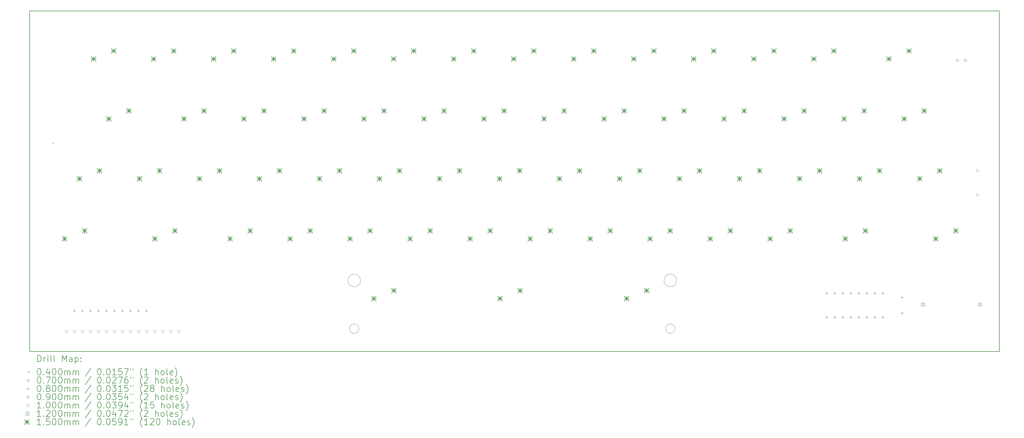
<source format=gbr>
%TF.GenerationSoftware,KiCad,Pcbnew,7.0.7*%
%TF.CreationDate,2024-01-28T23:49:50+00:00*%
%TF.ProjectId,Lynx-Keyboard,4c796e78-2d4b-4657-9962-6f6172642e6b,rev?*%
%TF.SameCoordinates,Original*%
%TF.FileFunction,Drillmap*%
%TF.FilePolarity,Positive*%
%FSLAX45Y45*%
G04 Gerber Fmt 4.5, Leading zero omitted, Abs format (unit mm)*
G04 Created by KiCad (PCBNEW 7.0.7) date 2024-01-28 23:49:50*
%MOMM*%
%LPD*%
G01*
G04 APERTURE LIST*
%ADD10C,0.100000*%
%ADD11C,0.200000*%
%ADD12C,0.040000*%
%ADD13C,0.070000*%
%ADD14C,0.080000*%
%ADD15C,0.090000*%
%ADD16C,0.120000*%
%ADD17C,0.150000*%
G04 APERTURE END LIST*
D10*
X23981000Y-12048000D02*
G75*
G03*
X23981000Y-12048000I-200000J0D01*
G01*
X23931000Y-13576000D02*
G75*
G03*
X23931000Y-13576000I-150000J0D01*
G01*
X13924000Y-13576000D02*
G75*
G03*
X13924000Y-13576000I-150000J0D01*
G01*
X13974000Y-12048000D02*
G75*
G03*
X13974000Y-12048000I-200000J0D01*
G01*
D11*
X3500000Y-3500000D02*
X34200000Y-3500000D01*
X34200000Y-14300000D01*
X3500000Y-14300000D01*
X3500000Y-3500000D01*
D12*
X4221000Y-7680000D02*
X4261000Y-7720000D01*
X4261000Y-7680000D02*
X4221000Y-7720000D01*
D13*
X33541000Y-8571000D02*
G75*
G03*
X33541000Y-8571000I-35000J0D01*
G01*
X33541000Y-9333000D02*
G75*
G03*
X33541000Y-9333000I-35000J0D01*
G01*
D14*
X4910000Y-12968000D02*
X4910000Y-13048000D01*
X4870000Y-13008000D02*
X4950000Y-13008000D01*
X5164000Y-12968000D02*
X5164000Y-13048000D01*
X5124000Y-13008000D02*
X5204000Y-13008000D01*
X5418000Y-12968000D02*
X5418000Y-13048000D01*
X5378000Y-13008000D02*
X5458000Y-13008000D01*
X5672000Y-12968000D02*
X5672000Y-13048000D01*
X5632000Y-13008000D02*
X5712000Y-13008000D01*
X5926000Y-12968000D02*
X5926000Y-13048000D01*
X5886000Y-13008000D02*
X5966000Y-13008000D01*
X6180000Y-12968000D02*
X6180000Y-13048000D01*
X6140000Y-13008000D02*
X6220000Y-13008000D01*
X6434000Y-12968000D02*
X6434000Y-13048000D01*
X6394000Y-13008000D02*
X6474000Y-13008000D01*
X6688000Y-12968000D02*
X6688000Y-13048000D01*
X6648000Y-13008000D02*
X6728000Y-13008000D01*
X6942000Y-12968000D02*
X6942000Y-13048000D01*
X6902000Y-13008000D02*
X6982000Y-13008000D01*
X7196000Y-12968000D02*
X7196000Y-13048000D01*
X7156000Y-13008000D02*
X7236000Y-13008000D01*
X28727000Y-12413000D02*
X28727000Y-12493000D01*
X28687000Y-12453000D02*
X28767000Y-12453000D01*
X28727000Y-13175000D02*
X28727000Y-13255000D01*
X28687000Y-13215000D02*
X28767000Y-13215000D01*
X28981000Y-12413000D02*
X28981000Y-12493000D01*
X28941000Y-12453000D02*
X29021000Y-12453000D01*
X28981000Y-13175000D02*
X28981000Y-13255000D01*
X28941000Y-13215000D02*
X29021000Y-13215000D01*
X29235000Y-12413000D02*
X29235000Y-12493000D01*
X29195000Y-12453000D02*
X29275000Y-12453000D01*
X29235000Y-13175000D02*
X29235000Y-13255000D01*
X29195000Y-13215000D02*
X29275000Y-13215000D01*
X29489000Y-12413000D02*
X29489000Y-12493000D01*
X29449000Y-12453000D02*
X29529000Y-12453000D01*
X29489000Y-13175000D02*
X29489000Y-13255000D01*
X29449000Y-13215000D02*
X29529000Y-13215000D01*
X29743000Y-12413000D02*
X29743000Y-12493000D01*
X29703000Y-12453000D02*
X29783000Y-12453000D01*
X29743000Y-13175000D02*
X29743000Y-13255000D01*
X29703000Y-13215000D02*
X29783000Y-13215000D01*
X29997000Y-12413000D02*
X29997000Y-12493000D01*
X29957000Y-12453000D02*
X30037000Y-12453000D01*
X29997000Y-13175000D02*
X29997000Y-13255000D01*
X29957000Y-13215000D02*
X30037000Y-13215000D01*
X30251000Y-12413000D02*
X30251000Y-12493000D01*
X30211000Y-12453000D02*
X30291000Y-12453000D01*
X30251000Y-13175000D02*
X30251000Y-13255000D01*
X30211000Y-13215000D02*
X30291000Y-13215000D01*
X30505000Y-12413000D02*
X30505000Y-12493000D01*
X30465000Y-12453000D02*
X30545000Y-12453000D01*
X30505000Y-13175000D02*
X30505000Y-13255000D01*
X30465000Y-13215000D02*
X30545000Y-13215000D01*
X31119000Y-12543000D02*
X31119000Y-12623000D01*
X31079000Y-12583000D02*
X31159000Y-12583000D01*
X31119000Y-13043000D02*
X31119000Y-13123000D01*
X31079000Y-13083000D02*
X31159000Y-13083000D01*
D15*
X32891820Y-5100820D02*
X32891820Y-5037180D01*
X32828180Y-5037180D01*
X32828180Y-5100820D01*
X32891820Y-5100820D01*
X33145820Y-5100820D02*
X33145820Y-5037180D01*
X33082180Y-5037180D01*
X33082180Y-5100820D01*
X33145820Y-5100820D01*
D10*
X4657000Y-13715000D02*
X4707000Y-13665000D01*
X4657000Y-13615000D01*
X4607000Y-13665000D01*
X4657000Y-13715000D01*
X4911000Y-13715000D02*
X4961000Y-13665000D01*
X4911000Y-13615000D01*
X4861000Y-13665000D01*
X4911000Y-13715000D01*
X5165000Y-13715000D02*
X5215000Y-13665000D01*
X5165000Y-13615000D01*
X5115000Y-13665000D01*
X5165000Y-13715000D01*
X5419000Y-13715000D02*
X5469000Y-13665000D01*
X5419000Y-13615000D01*
X5369000Y-13665000D01*
X5419000Y-13715000D01*
X5673000Y-13715000D02*
X5723000Y-13665000D01*
X5673000Y-13615000D01*
X5623000Y-13665000D01*
X5673000Y-13715000D01*
X5927000Y-13715000D02*
X5977000Y-13665000D01*
X5927000Y-13615000D01*
X5877000Y-13665000D01*
X5927000Y-13715000D01*
X6181000Y-13715000D02*
X6231000Y-13665000D01*
X6181000Y-13615000D01*
X6131000Y-13665000D01*
X6181000Y-13715000D01*
X6435000Y-13715000D02*
X6485000Y-13665000D01*
X6435000Y-13615000D01*
X6385000Y-13665000D01*
X6435000Y-13715000D01*
X6689000Y-13715000D02*
X6739000Y-13665000D01*
X6689000Y-13615000D01*
X6639000Y-13665000D01*
X6689000Y-13715000D01*
X6943000Y-13715000D02*
X6993000Y-13665000D01*
X6943000Y-13615000D01*
X6893000Y-13665000D01*
X6943000Y-13715000D01*
X7197000Y-13715000D02*
X7247000Y-13665000D01*
X7197000Y-13615000D01*
X7147000Y-13665000D01*
X7197000Y-13715000D01*
X7451000Y-13715000D02*
X7501000Y-13665000D01*
X7451000Y-13615000D01*
X7401000Y-13665000D01*
X7451000Y-13715000D01*
X7705000Y-13715000D02*
X7755000Y-13665000D01*
X7705000Y-13615000D01*
X7655000Y-13665000D01*
X7705000Y-13715000D01*
X7959000Y-13715000D02*
X8009000Y-13665000D01*
X7959000Y-13615000D01*
X7909000Y-13665000D01*
X7959000Y-13715000D01*
X8213000Y-13715000D02*
X8263000Y-13665000D01*
X8213000Y-13615000D01*
X8163000Y-13665000D01*
X8213000Y-13715000D01*
D16*
X31725000Y-12751250D02*
X31845000Y-12871250D01*
X31845000Y-12751250D02*
X31725000Y-12871250D01*
X31845000Y-12811250D02*
G75*
G03*
X31845000Y-12811250I-60000J0D01*
G01*
X33525000Y-12751250D02*
X33645000Y-12871250D01*
X33645000Y-12751250D02*
X33525000Y-12871250D01*
X33645000Y-12811250D02*
G75*
G03*
X33645000Y-12811250I-60000J0D01*
G01*
D17*
X4530000Y-10649000D02*
X4680000Y-10799000D01*
X4680000Y-10649000D02*
X4530000Y-10799000D01*
X4605000Y-10649000D02*
X4605000Y-10799000D01*
X4530000Y-10724000D02*
X4680000Y-10724000D01*
X5000000Y-8749000D02*
X5150000Y-8899000D01*
X5150000Y-8749000D02*
X5000000Y-8899000D01*
X5075000Y-8749000D02*
X5075000Y-8899000D01*
X5000000Y-8824000D02*
X5150000Y-8824000D01*
X5165000Y-10395000D02*
X5315000Y-10545000D01*
X5315000Y-10395000D02*
X5165000Y-10545000D01*
X5240000Y-10395000D02*
X5240000Y-10545000D01*
X5165000Y-10470000D02*
X5315000Y-10470000D01*
X5450000Y-4949000D02*
X5600000Y-5099000D01*
X5600000Y-4949000D02*
X5450000Y-5099000D01*
X5525000Y-4949000D02*
X5525000Y-5099000D01*
X5450000Y-5024000D02*
X5600000Y-5024000D01*
X5635000Y-8495000D02*
X5785000Y-8645000D01*
X5785000Y-8495000D02*
X5635000Y-8645000D01*
X5710000Y-8495000D02*
X5710000Y-8645000D01*
X5635000Y-8570000D02*
X5785000Y-8570000D01*
X5930000Y-6849000D02*
X6080000Y-6999000D01*
X6080000Y-6849000D02*
X5930000Y-6999000D01*
X6005000Y-6849000D02*
X6005000Y-6999000D01*
X5930000Y-6924000D02*
X6080000Y-6924000D01*
X6085000Y-4695000D02*
X6235000Y-4845000D01*
X6235000Y-4695000D02*
X6085000Y-4845000D01*
X6160000Y-4695000D02*
X6160000Y-4845000D01*
X6085000Y-4770000D02*
X6235000Y-4770000D01*
X6565000Y-6595000D02*
X6715000Y-6745000D01*
X6715000Y-6595000D02*
X6565000Y-6745000D01*
X6640000Y-6595000D02*
X6640000Y-6745000D01*
X6565000Y-6670000D02*
X6715000Y-6670000D01*
X6900000Y-8749000D02*
X7050000Y-8899000D01*
X7050000Y-8749000D02*
X6900000Y-8899000D01*
X6975000Y-8749000D02*
X6975000Y-8899000D01*
X6900000Y-8824000D02*
X7050000Y-8824000D01*
X7350000Y-4949000D02*
X7500000Y-5099000D01*
X7500000Y-4949000D02*
X7350000Y-5099000D01*
X7425000Y-4949000D02*
X7425000Y-5099000D01*
X7350000Y-5024000D02*
X7500000Y-5024000D01*
X7390000Y-10649000D02*
X7540000Y-10799000D01*
X7540000Y-10649000D02*
X7390000Y-10799000D01*
X7465000Y-10649000D02*
X7465000Y-10799000D01*
X7390000Y-10724000D02*
X7540000Y-10724000D01*
X7535000Y-8495000D02*
X7685000Y-8645000D01*
X7685000Y-8495000D02*
X7535000Y-8645000D01*
X7610000Y-8495000D02*
X7610000Y-8645000D01*
X7535000Y-8570000D02*
X7685000Y-8570000D01*
X7985000Y-4695000D02*
X8135000Y-4845000D01*
X8135000Y-4695000D02*
X7985000Y-4845000D01*
X8060000Y-4695000D02*
X8060000Y-4845000D01*
X7985000Y-4770000D02*
X8135000Y-4770000D01*
X8025000Y-10395000D02*
X8175000Y-10545000D01*
X8175000Y-10395000D02*
X8025000Y-10545000D01*
X8100000Y-10395000D02*
X8100000Y-10545000D01*
X8025000Y-10470000D02*
X8175000Y-10470000D01*
X8310000Y-6849000D02*
X8460000Y-6999000D01*
X8460000Y-6849000D02*
X8310000Y-6999000D01*
X8385000Y-6849000D02*
X8385000Y-6999000D01*
X8310000Y-6924000D02*
X8460000Y-6924000D01*
X8800000Y-8749000D02*
X8950000Y-8899000D01*
X8950000Y-8749000D02*
X8800000Y-8899000D01*
X8875000Y-8749000D02*
X8875000Y-8899000D01*
X8800000Y-8824000D02*
X8950000Y-8824000D01*
X8945000Y-6595000D02*
X9095000Y-6745000D01*
X9095000Y-6595000D02*
X8945000Y-6745000D01*
X9020000Y-6595000D02*
X9020000Y-6745000D01*
X8945000Y-6670000D02*
X9095000Y-6670000D01*
X9250000Y-4949000D02*
X9400000Y-5099000D01*
X9400000Y-4949000D02*
X9250000Y-5099000D01*
X9325000Y-4949000D02*
X9325000Y-5099000D01*
X9250000Y-5024000D02*
X9400000Y-5024000D01*
X9435000Y-8495000D02*
X9585000Y-8645000D01*
X9585000Y-8495000D02*
X9435000Y-8645000D01*
X9510000Y-8495000D02*
X9510000Y-8645000D01*
X9435000Y-8570000D02*
X9585000Y-8570000D01*
X9770000Y-10649000D02*
X9920000Y-10799000D01*
X9920000Y-10649000D02*
X9770000Y-10799000D01*
X9845000Y-10649000D02*
X9845000Y-10799000D01*
X9770000Y-10724000D02*
X9920000Y-10724000D01*
X9885000Y-4695000D02*
X10035000Y-4845000D01*
X10035000Y-4695000D02*
X9885000Y-4845000D01*
X9960000Y-4695000D02*
X9960000Y-4845000D01*
X9885000Y-4770000D02*
X10035000Y-4770000D01*
X10210000Y-6849000D02*
X10360000Y-6999000D01*
X10360000Y-6849000D02*
X10210000Y-6999000D01*
X10285000Y-6849000D02*
X10285000Y-6999000D01*
X10210000Y-6924000D02*
X10360000Y-6924000D01*
X10405000Y-10395000D02*
X10555000Y-10545000D01*
X10555000Y-10395000D02*
X10405000Y-10545000D01*
X10480000Y-10395000D02*
X10480000Y-10545000D01*
X10405000Y-10470000D02*
X10555000Y-10470000D01*
X10700000Y-8749000D02*
X10850000Y-8899000D01*
X10850000Y-8749000D02*
X10700000Y-8899000D01*
X10775000Y-8749000D02*
X10775000Y-8899000D01*
X10700000Y-8824000D02*
X10850000Y-8824000D01*
X10845000Y-6595000D02*
X10995000Y-6745000D01*
X10995000Y-6595000D02*
X10845000Y-6745000D01*
X10920000Y-6595000D02*
X10920000Y-6745000D01*
X10845000Y-6670000D02*
X10995000Y-6670000D01*
X11150000Y-4949000D02*
X11300000Y-5099000D01*
X11300000Y-4949000D02*
X11150000Y-5099000D01*
X11225000Y-4949000D02*
X11225000Y-5099000D01*
X11150000Y-5024000D02*
X11300000Y-5024000D01*
X11335000Y-8495000D02*
X11485000Y-8645000D01*
X11485000Y-8495000D02*
X11335000Y-8645000D01*
X11410000Y-8495000D02*
X11410000Y-8645000D01*
X11335000Y-8570000D02*
X11485000Y-8570000D01*
X11670000Y-10649000D02*
X11820000Y-10799000D01*
X11820000Y-10649000D02*
X11670000Y-10799000D01*
X11745000Y-10649000D02*
X11745000Y-10799000D01*
X11670000Y-10724000D02*
X11820000Y-10724000D01*
X11785000Y-4695000D02*
X11935000Y-4845000D01*
X11935000Y-4695000D02*
X11785000Y-4845000D01*
X11860000Y-4695000D02*
X11860000Y-4845000D01*
X11785000Y-4770000D02*
X11935000Y-4770000D01*
X12110000Y-6849000D02*
X12260000Y-6999000D01*
X12260000Y-6849000D02*
X12110000Y-6999000D01*
X12185000Y-6849000D02*
X12185000Y-6999000D01*
X12110000Y-6924000D02*
X12260000Y-6924000D01*
X12305000Y-10395000D02*
X12455000Y-10545000D01*
X12455000Y-10395000D02*
X12305000Y-10545000D01*
X12380000Y-10395000D02*
X12380000Y-10545000D01*
X12305000Y-10470000D02*
X12455000Y-10470000D01*
X12600000Y-8749000D02*
X12750000Y-8899000D01*
X12750000Y-8749000D02*
X12600000Y-8899000D01*
X12675000Y-8749000D02*
X12675000Y-8899000D01*
X12600000Y-8824000D02*
X12750000Y-8824000D01*
X12745000Y-6595000D02*
X12895000Y-6745000D01*
X12895000Y-6595000D02*
X12745000Y-6745000D01*
X12820000Y-6595000D02*
X12820000Y-6745000D01*
X12745000Y-6670000D02*
X12895000Y-6670000D01*
X13050000Y-4949000D02*
X13200000Y-5099000D01*
X13200000Y-4949000D02*
X13050000Y-5099000D01*
X13125000Y-4949000D02*
X13125000Y-5099000D01*
X13050000Y-5024000D02*
X13200000Y-5024000D01*
X13235000Y-8495000D02*
X13385000Y-8645000D01*
X13385000Y-8495000D02*
X13235000Y-8645000D01*
X13310000Y-8495000D02*
X13310000Y-8645000D01*
X13235000Y-8570000D02*
X13385000Y-8570000D01*
X13570000Y-10649000D02*
X13720000Y-10799000D01*
X13720000Y-10649000D02*
X13570000Y-10799000D01*
X13645000Y-10649000D02*
X13645000Y-10799000D01*
X13570000Y-10724000D02*
X13720000Y-10724000D01*
X13685000Y-4695000D02*
X13835000Y-4845000D01*
X13835000Y-4695000D02*
X13685000Y-4845000D01*
X13760000Y-4695000D02*
X13760000Y-4845000D01*
X13685000Y-4770000D02*
X13835000Y-4770000D01*
X14010000Y-6849000D02*
X14160000Y-6999000D01*
X14160000Y-6849000D02*
X14010000Y-6999000D01*
X14085000Y-6849000D02*
X14085000Y-6999000D01*
X14010000Y-6924000D02*
X14160000Y-6924000D01*
X14205000Y-10395000D02*
X14355000Y-10545000D01*
X14355000Y-10395000D02*
X14205000Y-10545000D01*
X14280000Y-10395000D02*
X14280000Y-10545000D01*
X14205000Y-10470000D02*
X14355000Y-10470000D01*
X14320000Y-12549000D02*
X14470000Y-12699000D01*
X14470000Y-12549000D02*
X14320000Y-12699000D01*
X14395000Y-12549000D02*
X14395000Y-12699000D01*
X14320000Y-12624000D02*
X14470000Y-12624000D01*
X14500000Y-8749000D02*
X14650000Y-8899000D01*
X14650000Y-8749000D02*
X14500000Y-8899000D01*
X14575000Y-8749000D02*
X14575000Y-8899000D01*
X14500000Y-8824000D02*
X14650000Y-8824000D01*
X14645000Y-6595000D02*
X14795000Y-6745000D01*
X14795000Y-6595000D02*
X14645000Y-6745000D01*
X14720000Y-6595000D02*
X14720000Y-6745000D01*
X14645000Y-6670000D02*
X14795000Y-6670000D01*
X14950000Y-4949000D02*
X15100000Y-5099000D01*
X15100000Y-4949000D02*
X14950000Y-5099000D01*
X15025000Y-4949000D02*
X15025000Y-5099000D01*
X14950000Y-5024000D02*
X15100000Y-5024000D01*
X14955000Y-12295000D02*
X15105000Y-12445000D01*
X15105000Y-12295000D02*
X14955000Y-12445000D01*
X15030000Y-12295000D02*
X15030000Y-12445000D01*
X14955000Y-12370000D02*
X15105000Y-12370000D01*
X15135000Y-8495000D02*
X15285000Y-8645000D01*
X15285000Y-8495000D02*
X15135000Y-8645000D01*
X15210000Y-8495000D02*
X15210000Y-8645000D01*
X15135000Y-8570000D02*
X15285000Y-8570000D01*
X15470000Y-10649000D02*
X15620000Y-10799000D01*
X15620000Y-10649000D02*
X15470000Y-10799000D01*
X15545000Y-10649000D02*
X15545000Y-10799000D01*
X15470000Y-10724000D02*
X15620000Y-10724000D01*
X15585000Y-4695000D02*
X15735000Y-4845000D01*
X15735000Y-4695000D02*
X15585000Y-4845000D01*
X15660000Y-4695000D02*
X15660000Y-4845000D01*
X15585000Y-4770000D02*
X15735000Y-4770000D01*
X15910000Y-6849000D02*
X16060000Y-6999000D01*
X16060000Y-6849000D02*
X15910000Y-6999000D01*
X15985000Y-6849000D02*
X15985000Y-6999000D01*
X15910000Y-6924000D02*
X16060000Y-6924000D01*
X16105000Y-10395000D02*
X16255000Y-10545000D01*
X16255000Y-10395000D02*
X16105000Y-10545000D01*
X16180000Y-10395000D02*
X16180000Y-10545000D01*
X16105000Y-10470000D02*
X16255000Y-10470000D01*
X16400000Y-8749000D02*
X16550000Y-8899000D01*
X16550000Y-8749000D02*
X16400000Y-8899000D01*
X16475000Y-8749000D02*
X16475000Y-8899000D01*
X16400000Y-8824000D02*
X16550000Y-8824000D01*
X16545000Y-6595000D02*
X16695000Y-6745000D01*
X16695000Y-6595000D02*
X16545000Y-6745000D01*
X16620000Y-6595000D02*
X16620000Y-6745000D01*
X16545000Y-6670000D02*
X16695000Y-6670000D01*
X16850000Y-4949000D02*
X17000000Y-5099000D01*
X17000000Y-4949000D02*
X16850000Y-5099000D01*
X16925000Y-4949000D02*
X16925000Y-5099000D01*
X16850000Y-5024000D02*
X17000000Y-5024000D01*
X17035000Y-8495000D02*
X17185000Y-8645000D01*
X17185000Y-8495000D02*
X17035000Y-8645000D01*
X17110000Y-8495000D02*
X17110000Y-8645000D01*
X17035000Y-8570000D02*
X17185000Y-8570000D01*
X17370000Y-10649000D02*
X17520000Y-10799000D01*
X17520000Y-10649000D02*
X17370000Y-10799000D01*
X17445000Y-10649000D02*
X17445000Y-10799000D01*
X17370000Y-10724000D02*
X17520000Y-10724000D01*
X17485000Y-4695000D02*
X17635000Y-4845000D01*
X17635000Y-4695000D02*
X17485000Y-4845000D01*
X17560000Y-4695000D02*
X17560000Y-4845000D01*
X17485000Y-4770000D02*
X17635000Y-4770000D01*
X17810000Y-6849000D02*
X17960000Y-6999000D01*
X17960000Y-6849000D02*
X17810000Y-6999000D01*
X17885000Y-6849000D02*
X17885000Y-6999000D01*
X17810000Y-6924000D02*
X17960000Y-6924000D01*
X18005000Y-10395000D02*
X18155000Y-10545000D01*
X18155000Y-10395000D02*
X18005000Y-10545000D01*
X18080000Y-10395000D02*
X18080000Y-10545000D01*
X18005000Y-10470000D02*
X18155000Y-10470000D01*
X18300000Y-8749000D02*
X18450000Y-8899000D01*
X18450000Y-8749000D02*
X18300000Y-8899000D01*
X18375000Y-8749000D02*
X18375000Y-8899000D01*
X18300000Y-8824000D02*
X18450000Y-8824000D01*
X18320000Y-12549000D02*
X18470000Y-12699000D01*
X18470000Y-12549000D02*
X18320000Y-12699000D01*
X18395000Y-12549000D02*
X18395000Y-12699000D01*
X18320000Y-12624000D02*
X18470000Y-12624000D01*
X18445000Y-6595000D02*
X18595000Y-6745000D01*
X18595000Y-6595000D02*
X18445000Y-6745000D01*
X18520000Y-6595000D02*
X18520000Y-6745000D01*
X18445000Y-6670000D02*
X18595000Y-6670000D01*
X18750000Y-4949000D02*
X18900000Y-5099000D01*
X18900000Y-4949000D02*
X18750000Y-5099000D01*
X18825000Y-4949000D02*
X18825000Y-5099000D01*
X18750000Y-5024000D02*
X18900000Y-5024000D01*
X18935000Y-8495000D02*
X19085000Y-8645000D01*
X19085000Y-8495000D02*
X18935000Y-8645000D01*
X19010000Y-8495000D02*
X19010000Y-8645000D01*
X18935000Y-8570000D02*
X19085000Y-8570000D01*
X18955000Y-12295000D02*
X19105000Y-12445000D01*
X19105000Y-12295000D02*
X18955000Y-12445000D01*
X19030000Y-12295000D02*
X19030000Y-12445000D01*
X18955000Y-12370000D02*
X19105000Y-12370000D01*
X19270000Y-10649000D02*
X19420000Y-10799000D01*
X19420000Y-10649000D02*
X19270000Y-10799000D01*
X19345000Y-10649000D02*
X19345000Y-10799000D01*
X19270000Y-10724000D02*
X19420000Y-10724000D01*
X19385000Y-4695000D02*
X19535000Y-4845000D01*
X19535000Y-4695000D02*
X19385000Y-4845000D01*
X19460000Y-4695000D02*
X19460000Y-4845000D01*
X19385000Y-4770000D02*
X19535000Y-4770000D01*
X19710000Y-6849000D02*
X19860000Y-6999000D01*
X19860000Y-6849000D02*
X19710000Y-6999000D01*
X19785000Y-6849000D02*
X19785000Y-6999000D01*
X19710000Y-6924000D02*
X19860000Y-6924000D01*
X19905000Y-10395000D02*
X20055000Y-10545000D01*
X20055000Y-10395000D02*
X19905000Y-10545000D01*
X19980000Y-10395000D02*
X19980000Y-10545000D01*
X19905000Y-10470000D02*
X20055000Y-10470000D01*
X20200000Y-8749000D02*
X20350000Y-8899000D01*
X20350000Y-8749000D02*
X20200000Y-8899000D01*
X20275000Y-8749000D02*
X20275000Y-8899000D01*
X20200000Y-8824000D02*
X20350000Y-8824000D01*
X20345000Y-6595000D02*
X20495000Y-6745000D01*
X20495000Y-6595000D02*
X20345000Y-6745000D01*
X20420000Y-6595000D02*
X20420000Y-6745000D01*
X20345000Y-6670000D02*
X20495000Y-6670000D01*
X20650000Y-4949000D02*
X20800000Y-5099000D01*
X20800000Y-4949000D02*
X20650000Y-5099000D01*
X20725000Y-4949000D02*
X20725000Y-5099000D01*
X20650000Y-5024000D02*
X20800000Y-5024000D01*
X20835000Y-8495000D02*
X20985000Y-8645000D01*
X20985000Y-8495000D02*
X20835000Y-8645000D01*
X20910000Y-8495000D02*
X20910000Y-8645000D01*
X20835000Y-8570000D02*
X20985000Y-8570000D01*
X21170000Y-10649000D02*
X21320000Y-10799000D01*
X21320000Y-10649000D02*
X21170000Y-10799000D01*
X21245000Y-10649000D02*
X21245000Y-10799000D01*
X21170000Y-10724000D02*
X21320000Y-10724000D01*
X21285000Y-4695000D02*
X21435000Y-4845000D01*
X21435000Y-4695000D02*
X21285000Y-4845000D01*
X21360000Y-4695000D02*
X21360000Y-4845000D01*
X21285000Y-4770000D02*
X21435000Y-4770000D01*
X21610000Y-6849000D02*
X21760000Y-6999000D01*
X21760000Y-6849000D02*
X21610000Y-6999000D01*
X21685000Y-6849000D02*
X21685000Y-6999000D01*
X21610000Y-6924000D02*
X21760000Y-6924000D01*
X21805000Y-10395000D02*
X21955000Y-10545000D01*
X21955000Y-10395000D02*
X21805000Y-10545000D01*
X21880000Y-10395000D02*
X21880000Y-10545000D01*
X21805000Y-10470000D02*
X21955000Y-10470000D01*
X22100000Y-8749000D02*
X22250000Y-8899000D01*
X22250000Y-8749000D02*
X22100000Y-8899000D01*
X22175000Y-8749000D02*
X22175000Y-8899000D01*
X22100000Y-8824000D02*
X22250000Y-8824000D01*
X22245000Y-6595000D02*
X22395000Y-6745000D01*
X22395000Y-6595000D02*
X22245000Y-6745000D01*
X22320000Y-6595000D02*
X22320000Y-6745000D01*
X22245000Y-6670000D02*
X22395000Y-6670000D01*
X22320000Y-12549000D02*
X22470000Y-12699000D01*
X22470000Y-12549000D02*
X22320000Y-12699000D01*
X22395000Y-12549000D02*
X22395000Y-12699000D01*
X22320000Y-12624000D02*
X22470000Y-12624000D01*
X22550000Y-4949000D02*
X22700000Y-5099000D01*
X22700000Y-4949000D02*
X22550000Y-5099000D01*
X22625000Y-4949000D02*
X22625000Y-5099000D01*
X22550000Y-5024000D02*
X22700000Y-5024000D01*
X22735000Y-8495000D02*
X22885000Y-8645000D01*
X22885000Y-8495000D02*
X22735000Y-8645000D01*
X22810000Y-8495000D02*
X22810000Y-8645000D01*
X22735000Y-8570000D02*
X22885000Y-8570000D01*
X22955000Y-12295000D02*
X23105000Y-12445000D01*
X23105000Y-12295000D02*
X22955000Y-12445000D01*
X23030000Y-12295000D02*
X23030000Y-12445000D01*
X22955000Y-12370000D02*
X23105000Y-12370000D01*
X23070000Y-10649000D02*
X23220000Y-10799000D01*
X23220000Y-10649000D02*
X23070000Y-10799000D01*
X23145000Y-10649000D02*
X23145000Y-10799000D01*
X23070000Y-10724000D02*
X23220000Y-10724000D01*
X23185000Y-4695000D02*
X23335000Y-4845000D01*
X23335000Y-4695000D02*
X23185000Y-4845000D01*
X23260000Y-4695000D02*
X23260000Y-4845000D01*
X23185000Y-4770000D02*
X23335000Y-4770000D01*
X23510000Y-6849000D02*
X23660000Y-6999000D01*
X23660000Y-6849000D02*
X23510000Y-6999000D01*
X23585000Y-6849000D02*
X23585000Y-6999000D01*
X23510000Y-6924000D02*
X23660000Y-6924000D01*
X23705000Y-10395000D02*
X23855000Y-10545000D01*
X23855000Y-10395000D02*
X23705000Y-10545000D01*
X23780000Y-10395000D02*
X23780000Y-10545000D01*
X23705000Y-10470000D02*
X23855000Y-10470000D01*
X24000000Y-8749000D02*
X24150000Y-8899000D01*
X24150000Y-8749000D02*
X24000000Y-8899000D01*
X24075000Y-8749000D02*
X24075000Y-8899000D01*
X24000000Y-8824000D02*
X24150000Y-8824000D01*
X24145000Y-6595000D02*
X24295000Y-6745000D01*
X24295000Y-6595000D02*
X24145000Y-6745000D01*
X24220000Y-6595000D02*
X24220000Y-6745000D01*
X24145000Y-6670000D02*
X24295000Y-6670000D01*
X24450000Y-4949000D02*
X24600000Y-5099000D01*
X24600000Y-4949000D02*
X24450000Y-5099000D01*
X24525000Y-4949000D02*
X24525000Y-5099000D01*
X24450000Y-5024000D02*
X24600000Y-5024000D01*
X24635000Y-8495000D02*
X24785000Y-8645000D01*
X24785000Y-8495000D02*
X24635000Y-8645000D01*
X24710000Y-8495000D02*
X24710000Y-8645000D01*
X24635000Y-8570000D02*
X24785000Y-8570000D01*
X24970000Y-10649000D02*
X25120000Y-10799000D01*
X25120000Y-10649000D02*
X24970000Y-10799000D01*
X25045000Y-10649000D02*
X25045000Y-10799000D01*
X24970000Y-10724000D02*
X25120000Y-10724000D01*
X25085000Y-4695000D02*
X25235000Y-4845000D01*
X25235000Y-4695000D02*
X25085000Y-4845000D01*
X25160000Y-4695000D02*
X25160000Y-4845000D01*
X25085000Y-4770000D02*
X25235000Y-4770000D01*
X25410000Y-6849000D02*
X25560000Y-6999000D01*
X25560000Y-6849000D02*
X25410000Y-6999000D01*
X25485000Y-6849000D02*
X25485000Y-6999000D01*
X25410000Y-6924000D02*
X25560000Y-6924000D01*
X25605000Y-10395000D02*
X25755000Y-10545000D01*
X25755000Y-10395000D02*
X25605000Y-10545000D01*
X25680000Y-10395000D02*
X25680000Y-10545000D01*
X25605000Y-10470000D02*
X25755000Y-10470000D01*
X25900000Y-8749000D02*
X26050000Y-8899000D01*
X26050000Y-8749000D02*
X25900000Y-8899000D01*
X25975000Y-8749000D02*
X25975000Y-8899000D01*
X25900000Y-8824000D02*
X26050000Y-8824000D01*
X26045000Y-6595000D02*
X26195000Y-6745000D01*
X26195000Y-6595000D02*
X26045000Y-6745000D01*
X26120000Y-6595000D02*
X26120000Y-6745000D01*
X26045000Y-6670000D02*
X26195000Y-6670000D01*
X26350000Y-4949000D02*
X26500000Y-5099000D01*
X26500000Y-4949000D02*
X26350000Y-5099000D01*
X26425000Y-4949000D02*
X26425000Y-5099000D01*
X26350000Y-5024000D02*
X26500000Y-5024000D01*
X26535000Y-8495000D02*
X26685000Y-8645000D01*
X26685000Y-8495000D02*
X26535000Y-8645000D01*
X26610000Y-8495000D02*
X26610000Y-8645000D01*
X26535000Y-8570000D02*
X26685000Y-8570000D01*
X26870000Y-10649000D02*
X27020000Y-10799000D01*
X27020000Y-10649000D02*
X26870000Y-10799000D01*
X26945000Y-10649000D02*
X26945000Y-10799000D01*
X26870000Y-10724000D02*
X27020000Y-10724000D01*
X26985000Y-4695000D02*
X27135000Y-4845000D01*
X27135000Y-4695000D02*
X26985000Y-4845000D01*
X27060000Y-4695000D02*
X27060000Y-4845000D01*
X26985000Y-4770000D02*
X27135000Y-4770000D01*
X27310000Y-6849000D02*
X27460000Y-6999000D01*
X27460000Y-6849000D02*
X27310000Y-6999000D01*
X27385000Y-6849000D02*
X27385000Y-6999000D01*
X27310000Y-6924000D02*
X27460000Y-6924000D01*
X27505000Y-10395000D02*
X27655000Y-10545000D01*
X27655000Y-10395000D02*
X27505000Y-10545000D01*
X27580000Y-10395000D02*
X27580000Y-10545000D01*
X27505000Y-10470000D02*
X27655000Y-10470000D01*
X27800000Y-8749000D02*
X27950000Y-8899000D01*
X27950000Y-8749000D02*
X27800000Y-8899000D01*
X27875000Y-8749000D02*
X27875000Y-8899000D01*
X27800000Y-8824000D02*
X27950000Y-8824000D01*
X27945000Y-6595000D02*
X28095000Y-6745000D01*
X28095000Y-6595000D02*
X27945000Y-6745000D01*
X28020000Y-6595000D02*
X28020000Y-6745000D01*
X27945000Y-6670000D02*
X28095000Y-6670000D01*
X28250000Y-4949000D02*
X28400000Y-5099000D01*
X28400000Y-4949000D02*
X28250000Y-5099000D01*
X28325000Y-4949000D02*
X28325000Y-5099000D01*
X28250000Y-5024000D02*
X28400000Y-5024000D01*
X28435000Y-8495000D02*
X28585000Y-8645000D01*
X28585000Y-8495000D02*
X28435000Y-8645000D01*
X28510000Y-8495000D02*
X28510000Y-8645000D01*
X28435000Y-8570000D02*
X28585000Y-8570000D01*
X28885000Y-4695000D02*
X29035000Y-4845000D01*
X29035000Y-4695000D02*
X28885000Y-4845000D01*
X28960000Y-4695000D02*
X28960000Y-4845000D01*
X28885000Y-4770000D02*
X29035000Y-4770000D01*
X29210000Y-6849000D02*
X29360000Y-6999000D01*
X29360000Y-6849000D02*
X29210000Y-6999000D01*
X29285000Y-6849000D02*
X29285000Y-6999000D01*
X29210000Y-6924000D02*
X29360000Y-6924000D01*
X29250000Y-10649000D02*
X29400000Y-10799000D01*
X29400000Y-10649000D02*
X29250000Y-10799000D01*
X29325000Y-10649000D02*
X29325000Y-10799000D01*
X29250000Y-10724000D02*
X29400000Y-10724000D01*
X29700000Y-8749000D02*
X29850000Y-8899000D01*
X29850000Y-8749000D02*
X29700000Y-8899000D01*
X29775000Y-8749000D02*
X29775000Y-8899000D01*
X29700000Y-8824000D02*
X29850000Y-8824000D01*
X29845000Y-6595000D02*
X29995000Y-6745000D01*
X29995000Y-6595000D02*
X29845000Y-6745000D01*
X29920000Y-6595000D02*
X29920000Y-6745000D01*
X29845000Y-6670000D02*
X29995000Y-6670000D01*
X29885000Y-10395000D02*
X30035000Y-10545000D01*
X30035000Y-10395000D02*
X29885000Y-10545000D01*
X29960000Y-10395000D02*
X29960000Y-10545000D01*
X29885000Y-10470000D02*
X30035000Y-10470000D01*
X30335000Y-8495000D02*
X30485000Y-8645000D01*
X30485000Y-8495000D02*
X30335000Y-8645000D01*
X30410000Y-8495000D02*
X30410000Y-8645000D01*
X30335000Y-8570000D02*
X30485000Y-8570000D01*
X30630000Y-4949000D02*
X30780000Y-5099000D01*
X30780000Y-4949000D02*
X30630000Y-5099000D01*
X30705000Y-4949000D02*
X30705000Y-5099000D01*
X30630000Y-5024000D02*
X30780000Y-5024000D01*
X31110000Y-6849000D02*
X31260000Y-6999000D01*
X31260000Y-6849000D02*
X31110000Y-6999000D01*
X31185000Y-6849000D02*
X31185000Y-6999000D01*
X31110000Y-6924000D02*
X31260000Y-6924000D01*
X31265000Y-4695000D02*
X31415000Y-4845000D01*
X31415000Y-4695000D02*
X31265000Y-4845000D01*
X31340000Y-4695000D02*
X31340000Y-4845000D01*
X31265000Y-4770000D02*
X31415000Y-4770000D01*
X31600000Y-8749000D02*
X31750000Y-8899000D01*
X31750000Y-8749000D02*
X31600000Y-8899000D01*
X31675000Y-8749000D02*
X31675000Y-8899000D01*
X31600000Y-8824000D02*
X31750000Y-8824000D01*
X31745000Y-6595000D02*
X31895000Y-6745000D01*
X31895000Y-6595000D02*
X31745000Y-6745000D01*
X31820000Y-6595000D02*
X31820000Y-6745000D01*
X31745000Y-6670000D02*
X31895000Y-6670000D01*
X32110000Y-10649000D02*
X32260000Y-10799000D01*
X32260000Y-10649000D02*
X32110000Y-10799000D01*
X32185000Y-10649000D02*
X32185000Y-10799000D01*
X32110000Y-10724000D02*
X32260000Y-10724000D01*
X32235000Y-8495000D02*
X32385000Y-8645000D01*
X32385000Y-8495000D02*
X32235000Y-8645000D01*
X32310000Y-8495000D02*
X32310000Y-8645000D01*
X32235000Y-8570000D02*
X32385000Y-8570000D01*
X32745000Y-10395000D02*
X32895000Y-10545000D01*
X32895000Y-10395000D02*
X32745000Y-10545000D01*
X32820000Y-10395000D02*
X32820000Y-10545000D01*
X32745000Y-10470000D02*
X32895000Y-10470000D01*
D11*
X3750777Y-14621484D02*
X3750777Y-14421484D01*
X3750777Y-14421484D02*
X3798396Y-14421484D01*
X3798396Y-14421484D02*
X3826967Y-14431008D01*
X3826967Y-14431008D02*
X3846015Y-14450055D01*
X3846015Y-14450055D02*
X3855539Y-14469103D01*
X3855539Y-14469103D02*
X3865062Y-14507198D01*
X3865062Y-14507198D02*
X3865062Y-14535769D01*
X3865062Y-14535769D02*
X3855539Y-14573865D01*
X3855539Y-14573865D02*
X3846015Y-14592912D01*
X3846015Y-14592912D02*
X3826967Y-14611960D01*
X3826967Y-14611960D02*
X3798396Y-14621484D01*
X3798396Y-14621484D02*
X3750777Y-14621484D01*
X3950777Y-14621484D02*
X3950777Y-14488150D01*
X3950777Y-14526246D02*
X3960301Y-14507198D01*
X3960301Y-14507198D02*
X3969824Y-14497674D01*
X3969824Y-14497674D02*
X3988872Y-14488150D01*
X3988872Y-14488150D02*
X4007920Y-14488150D01*
X4074586Y-14621484D02*
X4074586Y-14488150D01*
X4074586Y-14421484D02*
X4065062Y-14431008D01*
X4065062Y-14431008D02*
X4074586Y-14440531D01*
X4074586Y-14440531D02*
X4084110Y-14431008D01*
X4084110Y-14431008D02*
X4074586Y-14421484D01*
X4074586Y-14421484D02*
X4074586Y-14440531D01*
X4198396Y-14621484D02*
X4179348Y-14611960D01*
X4179348Y-14611960D02*
X4169824Y-14592912D01*
X4169824Y-14592912D02*
X4169824Y-14421484D01*
X4303158Y-14621484D02*
X4284110Y-14611960D01*
X4284110Y-14611960D02*
X4274586Y-14592912D01*
X4274586Y-14592912D02*
X4274586Y-14421484D01*
X4531729Y-14621484D02*
X4531729Y-14421484D01*
X4531729Y-14421484D02*
X4598396Y-14564341D01*
X4598396Y-14564341D02*
X4665063Y-14421484D01*
X4665063Y-14421484D02*
X4665063Y-14621484D01*
X4846015Y-14621484D02*
X4846015Y-14516722D01*
X4846015Y-14516722D02*
X4836491Y-14497674D01*
X4836491Y-14497674D02*
X4817444Y-14488150D01*
X4817444Y-14488150D02*
X4779348Y-14488150D01*
X4779348Y-14488150D02*
X4760301Y-14497674D01*
X4846015Y-14611960D02*
X4826967Y-14621484D01*
X4826967Y-14621484D02*
X4779348Y-14621484D01*
X4779348Y-14621484D02*
X4760301Y-14611960D01*
X4760301Y-14611960D02*
X4750777Y-14592912D01*
X4750777Y-14592912D02*
X4750777Y-14573865D01*
X4750777Y-14573865D02*
X4760301Y-14554817D01*
X4760301Y-14554817D02*
X4779348Y-14545293D01*
X4779348Y-14545293D02*
X4826967Y-14545293D01*
X4826967Y-14545293D02*
X4846015Y-14535769D01*
X4941253Y-14488150D02*
X4941253Y-14688150D01*
X4941253Y-14497674D02*
X4960301Y-14488150D01*
X4960301Y-14488150D02*
X4998396Y-14488150D01*
X4998396Y-14488150D02*
X5017444Y-14497674D01*
X5017444Y-14497674D02*
X5026967Y-14507198D01*
X5026967Y-14507198D02*
X5036491Y-14526246D01*
X5036491Y-14526246D02*
X5036491Y-14583388D01*
X5036491Y-14583388D02*
X5026967Y-14602436D01*
X5026967Y-14602436D02*
X5017444Y-14611960D01*
X5017444Y-14611960D02*
X4998396Y-14621484D01*
X4998396Y-14621484D02*
X4960301Y-14621484D01*
X4960301Y-14621484D02*
X4941253Y-14611960D01*
X5122205Y-14602436D02*
X5131729Y-14611960D01*
X5131729Y-14611960D02*
X5122205Y-14621484D01*
X5122205Y-14621484D02*
X5112682Y-14611960D01*
X5112682Y-14611960D02*
X5122205Y-14602436D01*
X5122205Y-14602436D02*
X5122205Y-14621484D01*
X5122205Y-14497674D02*
X5131729Y-14507198D01*
X5131729Y-14507198D02*
X5122205Y-14516722D01*
X5122205Y-14516722D02*
X5112682Y-14507198D01*
X5112682Y-14507198D02*
X5122205Y-14497674D01*
X5122205Y-14497674D02*
X5122205Y-14516722D01*
D12*
X3450000Y-14930000D02*
X3490000Y-14970000D01*
X3490000Y-14930000D02*
X3450000Y-14970000D01*
D11*
X3788872Y-14841484D02*
X3807920Y-14841484D01*
X3807920Y-14841484D02*
X3826967Y-14851008D01*
X3826967Y-14851008D02*
X3836491Y-14860531D01*
X3836491Y-14860531D02*
X3846015Y-14879579D01*
X3846015Y-14879579D02*
X3855539Y-14917674D01*
X3855539Y-14917674D02*
X3855539Y-14965293D01*
X3855539Y-14965293D02*
X3846015Y-15003388D01*
X3846015Y-15003388D02*
X3836491Y-15022436D01*
X3836491Y-15022436D02*
X3826967Y-15031960D01*
X3826967Y-15031960D02*
X3807920Y-15041484D01*
X3807920Y-15041484D02*
X3788872Y-15041484D01*
X3788872Y-15041484D02*
X3769824Y-15031960D01*
X3769824Y-15031960D02*
X3760301Y-15022436D01*
X3760301Y-15022436D02*
X3750777Y-15003388D01*
X3750777Y-15003388D02*
X3741253Y-14965293D01*
X3741253Y-14965293D02*
X3741253Y-14917674D01*
X3741253Y-14917674D02*
X3750777Y-14879579D01*
X3750777Y-14879579D02*
X3760301Y-14860531D01*
X3760301Y-14860531D02*
X3769824Y-14851008D01*
X3769824Y-14851008D02*
X3788872Y-14841484D01*
X3941253Y-15022436D02*
X3950777Y-15031960D01*
X3950777Y-15031960D02*
X3941253Y-15041484D01*
X3941253Y-15041484D02*
X3931729Y-15031960D01*
X3931729Y-15031960D02*
X3941253Y-15022436D01*
X3941253Y-15022436D02*
X3941253Y-15041484D01*
X4122205Y-14908150D02*
X4122205Y-15041484D01*
X4074586Y-14831960D02*
X4026967Y-14974817D01*
X4026967Y-14974817D02*
X4150777Y-14974817D01*
X4265063Y-14841484D02*
X4284110Y-14841484D01*
X4284110Y-14841484D02*
X4303158Y-14851008D01*
X4303158Y-14851008D02*
X4312682Y-14860531D01*
X4312682Y-14860531D02*
X4322205Y-14879579D01*
X4322205Y-14879579D02*
X4331729Y-14917674D01*
X4331729Y-14917674D02*
X4331729Y-14965293D01*
X4331729Y-14965293D02*
X4322205Y-15003388D01*
X4322205Y-15003388D02*
X4312682Y-15022436D01*
X4312682Y-15022436D02*
X4303158Y-15031960D01*
X4303158Y-15031960D02*
X4284110Y-15041484D01*
X4284110Y-15041484D02*
X4265063Y-15041484D01*
X4265063Y-15041484D02*
X4246015Y-15031960D01*
X4246015Y-15031960D02*
X4236491Y-15022436D01*
X4236491Y-15022436D02*
X4226967Y-15003388D01*
X4226967Y-15003388D02*
X4217444Y-14965293D01*
X4217444Y-14965293D02*
X4217444Y-14917674D01*
X4217444Y-14917674D02*
X4226967Y-14879579D01*
X4226967Y-14879579D02*
X4236491Y-14860531D01*
X4236491Y-14860531D02*
X4246015Y-14851008D01*
X4246015Y-14851008D02*
X4265063Y-14841484D01*
X4455539Y-14841484D02*
X4474586Y-14841484D01*
X4474586Y-14841484D02*
X4493634Y-14851008D01*
X4493634Y-14851008D02*
X4503158Y-14860531D01*
X4503158Y-14860531D02*
X4512682Y-14879579D01*
X4512682Y-14879579D02*
X4522205Y-14917674D01*
X4522205Y-14917674D02*
X4522205Y-14965293D01*
X4522205Y-14965293D02*
X4512682Y-15003388D01*
X4512682Y-15003388D02*
X4503158Y-15022436D01*
X4503158Y-15022436D02*
X4493634Y-15031960D01*
X4493634Y-15031960D02*
X4474586Y-15041484D01*
X4474586Y-15041484D02*
X4455539Y-15041484D01*
X4455539Y-15041484D02*
X4436491Y-15031960D01*
X4436491Y-15031960D02*
X4426967Y-15022436D01*
X4426967Y-15022436D02*
X4417444Y-15003388D01*
X4417444Y-15003388D02*
X4407920Y-14965293D01*
X4407920Y-14965293D02*
X4407920Y-14917674D01*
X4407920Y-14917674D02*
X4417444Y-14879579D01*
X4417444Y-14879579D02*
X4426967Y-14860531D01*
X4426967Y-14860531D02*
X4436491Y-14851008D01*
X4436491Y-14851008D02*
X4455539Y-14841484D01*
X4607920Y-15041484D02*
X4607920Y-14908150D01*
X4607920Y-14927198D02*
X4617444Y-14917674D01*
X4617444Y-14917674D02*
X4636491Y-14908150D01*
X4636491Y-14908150D02*
X4665063Y-14908150D01*
X4665063Y-14908150D02*
X4684110Y-14917674D01*
X4684110Y-14917674D02*
X4693634Y-14936722D01*
X4693634Y-14936722D02*
X4693634Y-15041484D01*
X4693634Y-14936722D02*
X4703158Y-14917674D01*
X4703158Y-14917674D02*
X4722205Y-14908150D01*
X4722205Y-14908150D02*
X4750777Y-14908150D01*
X4750777Y-14908150D02*
X4769825Y-14917674D01*
X4769825Y-14917674D02*
X4779348Y-14936722D01*
X4779348Y-14936722D02*
X4779348Y-15041484D01*
X4874586Y-15041484D02*
X4874586Y-14908150D01*
X4874586Y-14927198D02*
X4884110Y-14917674D01*
X4884110Y-14917674D02*
X4903158Y-14908150D01*
X4903158Y-14908150D02*
X4931729Y-14908150D01*
X4931729Y-14908150D02*
X4950777Y-14917674D01*
X4950777Y-14917674D02*
X4960301Y-14936722D01*
X4960301Y-14936722D02*
X4960301Y-15041484D01*
X4960301Y-14936722D02*
X4969825Y-14917674D01*
X4969825Y-14917674D02*
X4988872Y-14908150D01*
X4988872Y-14908150D02*
X5017444Y-14908150D01*
X5017444Y-14908150D02*
X5036491Y-14917674D01*
X5036491Y-14917674D02*
X5046015Y-14936722D01*
X5046015Y-14936722D02*
X5046015Y-15041484D01*
X5436491Y-14831960D02*
X5265063Y-15089103D01*
X5693634Y-14841484D02*
X5712682Y-14841484D01*
X5712682Y-14841484D02*
X5731729Y-14851008D01*
X5731729Y-14851008D02*
X5741253Y-14860531D01*
X5741253Y-14860531D02*
X5750777Y-14879579D01*
X5750777Y-14879579D02*
X5760301Y-14917674D01*
X5760301Y-14917674D02*
X5760301Y-14965293D01*
X5760301Y-14965293D02*
X5750777Y-15003388D01*
X5750777Y-15003388D02*
X5741253Y-15022436D01*
X5741253Y-15022436D02*
X5731729Y-15031960D01*
X5731729Y-15031960D02*
X5712682Y-15041484D01*
X5712682Y-15041484D02*
X5693634Y-15041484D01*
X5693634Y-15041484D02*
X5674586Y-15031960D01*
X5674586Y-15031960D02*
X5665063Y-15022436D01*
X5665063Y-15022436D02*
X5655539Y-15003388D01*
X5655539Y-15003388D02*
X5646015Y-14965293D01*
X5646015Y-14965293D02*
X5646015Y-14917674D01*
X5646015Y-14917674D02*
X5655539Y-14879579D01*
X5655539Y-14879579D02*
X5665063Y-14860531D01*
X5665063Y-14860531D02*
X5674586Y-14851008D01*
X5674586Y-14851008D02*
X5693634Y-14841484D01*
X5846015Y-15022436D02*
X5855539Y-15031960D01*
X5855539Y-15031960D02*
X5846015Y-15041484D01*
X5846015Y-15041484D02*
X5836491Y-15031960D01*
X5836491Y-15031960D02*
X5846015Y-15022436D01*
X5846015Y-15022436D02*
X5846015Y-15041484D01*
X5979348Y-14841484D02*
X5998396Y-14841484D01*
X5998396Y-14841484D02*
X6017444Y-14851008D01*
X6017444Y-14851008D02*
X6026967Y-14860531D01*
X6026967Y-14860531D02*
X6036491Y-14879579D01*
X6036491Y-14879579D02*
X6046015Y-14917674D01*
X6046015Y-14917674D02*
X6046015Y-14965293D01*
X6046015Y-14965293D02*
X6036491Y-15003388D01*
X6036491Y-15003388D02*
X6026967Y-15022436D01*
X6026967Y-15022436D02*
X6017444Y-15031960D01*
X6017444Y-15031960D02*
X5998396Y-15041484D01*
X5998396Y-15041484D02*
X5979348Y-15041484D01*
X5979348Y-15041484D02*
X5960301Y-15031960D01*
X5960301Y-15031960D02*
X5950777Y-15022436D01*
X5950777Y-15022436D02*
X5941253Y-15003388D01*
X5941253Y-15003388D02*
X5931729Y-14965293D01*
X5931729Y-14965293D02*
X5931729Y-14917674D01*
X5931729Y-14917674D02*
X5941253Y-14879579D01*
X5941253Y-14879579D02*
X5950777Y-14860531D01*
X5950777Y-14860531D02*
X5960301Y-14851008D01*
X5960301Y-14851008D02*
X5979348Y-14841484D01*
X6236491Y-15041484D02*
X6122206Y-15041484D01*
X6179348Y-15041484D02*
X6179348Y-14841484D01*
X6179348Y-14841484D02*
X6160301Y-14870055D01*
X6160301Y-14870055D02*
X6141253Y-14889103D01*
X6141253Y-14889103D02*
X6122206Y-14898627D01*
X6417444Y-14841484D02*
X6322206Y-14841484D01*
X6322206Y-14841484D02*
X6312682Y-14936722D01*
X6312682Y-14936722D02*
X6322206Y-14927198D01*
X6322206Y-14927198D02*
X6341253Y-14917674D01*
X6341253Y-14917674D02*
X6388872Y-14917674D01*
X6388872Y-14917674D02*
X6407920Y-14927198D01*
X6407920Y-14927198D02*
X6417444Y-14936722D01*
X6417444Y-14936722D02*
X6426967Y-14955769D01*
X6426967Y-14955769D02*
X6426967Y-15003388D01*
X6426967Y-15003388D02*
X6417444Y-15022436D01*
X6417444Y-15022436D02*
X6407920Y-15031960D01*
X6407920Y-15031960D02*
X6388872Y-15041484D01*
X6388872Y-15041484D02*
X6341253Y-15041484D01*
X6341253Y-15041484D02*
X6322206Y-15031960D01*
X6322206Y-15031960D02*
X6312682Y-15022436D01*
X6493634Y-14841484D02*
X6626967Y-14841484D01*
X6626967Y-14841484D02*
X6541253Y-15041484D01*
X6693634Y-14841484D02*
X6693634Y-14879579D01*
X6769825Y-14841484D02*
X6769825Y-14879579D01*
X7065063Y-15117674D02*
X7055539Y-15108150D01*
X7055539Y-15108150D02*
X7036491Y-15079579D01*
X7036491Y-15079579D02*
X7026968Y-15060531D01*
X7026968Y-15060531D02*
X7017444Y-15031960D01*
X7017444Y-15031960D02*
X7007920Y-14984341D01*
X7007920Y-14984341D02*
X7007920Y-14946246D01*
X7007920Y-14946246D02*
X7017444Y-14898627D01*
X7017444Y-14898627D02*
X7026968Y-14870055D01*
X7026968Y-14870055D02*
X7036491Y-14851008D01*
X7036491Y-14851008D02*
X7055539Y-14822436D01*
X7055539Y-14822436D02*
X7065063Y-14812912D01*
X7246015Y-15041484D02*
X7131729Y-15041484D01*
X7188872Y-15041484D02*
X7188872Y-14841484D01*
X7188872Y-14841484D02*
X7169825Y-14870055D01*
X7169825Y-14870055D02*
X7150777Y-14889103D01*
X7150777Y-14889103D02*
X7131729Y-14898627D01*
X7484110Y-15041484D02*
X7484110Y-14841484D01*
X7569825Y-15041484D02*
X7569825Y-14936722D01*
X7569825Y-14936722D02*
X7560301Y-14917674D01*
X7560301Y-14917674D02*
X7541253Y-14908150D01*
X7541253Y-14908150D02*
X7512682Y-14908150D01*
X7512682Y-14908150D02*
X7493634Y-14917674D01*
X7493634Y-14917674D02*
X7484110Y-14927198D01*
X7693634Y-15041484D02*
X7674587Y-15031960D01*
X7674587Y-15031960D02*
X7665063Y-15022436D01*
X7665063Y-15022436D02*
X7655539Y-15003388D01*
X7655539Y-15003388D02*
X7655539Y-14946246D01*
X7655539Y-14946246D02*
X7665063Y-14927198D01*
X7665063Y-14927198D02*
X7674587Y-14917674D01*
X7674587Y-14917674D02*
X7693634Y-14908150D01*
X7693634Y-14908150D02*
X7722206Y-14908150D01*
X7722206Y-14908150D02*
X7741253Y-14917674D01*
X7741253Y-14917674D02*
X7750777Y-14927198D01*
X7750777Y-14927198D02*
X7760301Y-14946246D01*
X7760301Y-14946246D02*
X7760301Y-15003388D01*
X7760301Y-15003388D02*
X7750777Y-15022436D01*
X7750777Y-15022436D02*
X7741253Y-15031960D01*
X7741253Y-15031960D02*
X7722206Y-15041484D01*
X7722206Y-15041484D02*
X7693634Y-15041484D01*
X7874587Y-15041484D02*
X7855539Y-15031960D01*
X7855539Y-15031960D02*
X7846015Y-15012912D01*
X7846015Y-15012912D02*
X7846015Y-14841484D01*
X8026968Y-15031960D02*
X8007920Y-15041484D01*
X8007920Y-15041484D02*
X7969825Y-15041484D01*
X7969825Y-15041484D02*
X7950777Y-15031960D01*
X7950777Y-15031960D02*
X7941253Y-15012912D01*
X7941253Y-15012912D02*
X7941253Y-14936722D01*
X7941253Y-14936722D02*
X7950777Y-14917674D01*
X7950777Y-14917674D02*
X7969825Y-14908150D01*
X7969825Y-14908150D02*
X8007920Y-14908150D01*
X8007920Y-14908150D02*
X8026968Y-14917674D01*
X8026968Y-14917674D02*
X8036491Y-14936722D01*
X8036491Y-14936722D02*
X8036491Y-14955769D01*
X8036491Y-14955769D02*
X7941253Y-14974817D01*
X8103158Y-15117674D02*
X8112682Y-15108150D01*
X8112682Y-15108150D02*
X8131730Y-15079579D01*
X8131730Y-15079579D02*
X8141253Y-15060531D01*
X8141253Y-15060531D02*
X8150777Y-15031960D01*
X8150777Y-15031960D02*
X8160301Y-14984341D01*
X8160301Y-14984341D02*
X8160301Y-14946246D01*
X8160301Y-14946246D02*
X8150777Y-14898627D01*
X8150777Y-14898627D02*
X8141253Y-14870055D01*
X8141253Y-14870055D02*
X8131730Y-14851008D01*
X8131730Y-14851008D02*
X8112682Y-14822436D01*
X8112682Y-14822436D02*
X8103158Y-14812912D01*
D13*
X3490000Y-15214000D02*
G75*
G03*
X3490000Y-15214000I-35000J0D01*
G01*
D11*
X3788872Y-15105484D02*
X3807920Y-15105484D01*
X3807920Y-15105484D02*
X3826967Y-15115008D01*
X3826967Y-15115008D02*
X3836491Y-15124531D01*
X3836491Y-15124531D02*
X3846015Y-15143579D01*
X3846015Y-15143579D02*
X3855539Y-15181674D01*
X3855539Y-15181674D02*
X3855539Y-15229293D01*
X3855539Y-15229293D02*
X3846015Y-15267388D01*
X3846015Y-15267388D02*
X3836491Y-15286436D01*
X3836491Y-15286436D02*
X3826967Y-15295960D01*
X3826967Y-15295960D02*
X3807920Y-15305484D01*
X3807920Y-15305484D02*
X3788872Y-15305484D01*
X3788872Y-15305484D02*
X3769824Y-15295960D01*
X3769824Y-15295960D02*
X3760301Y-15286436D01*
X3760301Y-15286436D02*
X3750777Y-15267388D01*
X3750777Y-15267388D02*
X3741253Y-15229293D01*
X3741253Y-15229293D02*
X3741253Y-15181674D01*
X3741253Y-15181674D02*
X3750777Y-15143579D01*
X3750777Y-15143579D02*
X3760301Y-15124531D01*
X3760301Y-15124531D02*
X3769824Y-15115008D01*
X3769824Y-15115008D02*
X3788872Y-15105484D01*
X3941253Y-15286436D02*
X3950777Y-15295960D01*
X3950777Y-15295960D02*
X3941253Y-15305484D01*
X3941253Y-15305484D02*
X3931729Y-15295960D01*
X3931729Y-15295960D02*
X3941253Y-15286436D01*
X3941253Y-15286436D02*
X3941253Y-15305484D01*
X4017443Y-15105484D02*
X4150777Y-15105484D01*
X4150777Y-15105484D02*
X4065062Y-15305484D01*
X4265063Y-15105484D02*
X4284110Y-15105484D01*
X4284110Y-15105484D02*
X4303158Y-15115008D01*
X4303158Y-15115008D02*
X4312682Y-15124531D01*
X4312682Y-15124531D02*
X4322205Y-15143579D01*
X4322205Y-15143579D02*
X4331729Y-15181674D01*
X4331729Y-15181674D02*
X4331729Y-15229293D01*
X4331729Y-15229293D02*
X4322205Y-15267388D01*
X4322205Y-15267388D02*
X4312682Y-15286436D01*
X4312682Y-15286436D02*
X4303158Y-15295960D01*
X4303158Y-15295960D02*
X4284110Y-15305484D01*
X4284110Y-15305484D02*
X4265063Y-15305484D01*
X4265063Y-15305484D02*
X4246015Y-15295960D01*
X4246015Y-15295960D02*
X4236491Y-15286436D01*
X4236491Y-15286436D02*
X4226967Y-15267388D01*
X4226967Y-15267388D02*
X4217444Y-15229293D01*
X4217444Y-15229293D02*
X4217444Y-15181674D01*
X4217444Y-15181674D02*
X4226967Y-15143579D01*
X4226967Y-15143579D02*
X4236491Y-15124531D01*
X4236491Y-15124531D02*
X4246015Y-15115008D01*
X4246015Y-15115008D02*
X4265063Y-15105484D01*
X4455539Y-15105484D02*
X4474586Y-15105484D01*
X4474586Y-15105484D02*
X4493634Y-15115008D01*
X4493634Y-15115008D02*
X4503158Y-15124531D01*
X4503158Y-15124531D02*
X4512682Y-15143579D01*
X4512682Y-15143579D02*
X4522205Y-15181674D01*
X4522205Y-15181674D02*
X4522205Y-15229293D01*
X4522205Y-15229293D02*
X4512682Y-15267388D01*
X4512682Y-15267388D02*
X4503158Y-15286436D01*
X4503158Y-15286436D02*
X4493634Y-15295960D01*
X4493634Y-15295960D02*
X4474586Y-15305484D01*
X4474586Y-15305484D02*
X4455539Y-15305484D01*
X4455539Y-15305484D02*
X4436491Y-15295960D01*
X4436491Y-15295960D02*
X4426967Y-15286436D01*
X4426967Y-15286436D02*
X4417444Y-15267388D01*
X4417444Y-15267388D02*
X4407920Y-15229293D01*
X4407920Y-15229293D02*
X4407920Y-15181674D01*
X4407920Y-15181674D02*
X4417444Y-15143579D01*
X4417444Y-15143579D02*
X4426967Y-15124531D01*
X4426967Y-15124531D02*
X4436491Y-15115008D01*
X4436491Y-15115008D02*
X4455539Y-15105484D01*
X4607920Y-15305484D02*
X4607920Y-15172150D01*
X4607920Y-15191198D02*
X4617444Y-15181674D01*
X4617444Y-15181674D02*
X4636491Y-15172150D01*
X4636491Y-15172150D02*
X4665063Y-15172150D01*
X4665063Y-15172150D02*
X4684110Y-15181674D01*
X4684110Y-15181674D02*
X4693634Y-15200722D01*
X4693634Y-15200722D02*
X4693634Y-15305484D01*
X4693634Y-15200722D02*
X4703158Y-15181674D01*
X4703158Y-15181674D02*
X4722205Y-15172150D01*
X4722205Y-15172150D02*
X4750777Y-15172150D01*
X4750777Y-15172150D02*
X4769825Y-15181674D01*
X4769825Y-15181674D02*
X4779348Y-15200722D01*
X4779348Y-15200722D02*
X4779348Y-15305484D01*
X4874586Y-15305484D02*
X4874586Y-15172150D01*
X4874586Y-15191198D02*
X4884110Y-15181674D01*
X4884110Y-15181674D02*
X4903158Y-15172150D01*
X4903158Y-15172150D02*
X4931729Y-15172150D01*
X4931729Y-15172150D02*
X4950777Y-15181674D01*
X4950777Y-15181674D02*
X4960301Y-15200722D01*
X4960301Y-15200722D02*
X4960301Y-15305484D01*
X4960301Y-15200722D02*
X4969825Y-15181674D01*
X4969825Y-15181674D02*
X4988872Y-15172150D01*
X4988872Y-15172150D02*
X5017444Y-15172150D01*
X5017444Y-15172150D02*
X5036491Y-15181674D01*
X5036491Y-15181674D02*
X5046015Y-15200722D01*
X5046015Y-15200722D02*
X5046015Y-15305484D01*
X5436491Y-15095960D02*
X5265063Y-15353103D01*
X5693634Y-15105484D02*
X5712682Y-15105484D01*
X5712682Y-15105484D02*
X5731729Y-15115008D01*
X5731729Y-15115008D02*
X5741253Y-15124531D01*
X5741253Y-15124531D02*
X5750777Y-15143579D01*
X5750777Y-15143579D02*
X5760301Y-15181674D01*
X5760301Y-15181674D02*
X5760301Y-15229293D01*
X5760301Y-15229293D02*
X5750777Y-15267388D01*
X5750777Y-15267388D02*
X5741253Y-15286436D01*
X5741253Y-15286436D02*
X5731729Y-15295960D01*
X5731729Y-15295960D02*
X5712682Y-15305484D01*
X5712682Y-15305484D02*
X5693634Y-15305484D01*
X5693634Y-15305484D02*
X5674586Y-15295960D01*
X5674586Y-15295960D02*
X5665063Y-15286436D01*
X5665063Y-15286436D02*
X5655539Y-15267388D01*
X5655539Y-15267388D02*
X5646015Y-15229293D01*
X5646015Y-15229293D02*
X5646015Y-15181674D01*
X5646015Y-15181674D02*
X5655539Y-15143579D01*
X5655539Y-15143579D02*
X5665063Y-15124531D01*
X5665063Y-15124531D02*
X5674586Y-15115008D01*
X5674586Y-15115008D02*
X5693634Y-15105484D01*
X5846015Y-15286436D02*
X5855539Y-15295960D01*
X5855539Y-15295960D02*
X5846015Y-15305484D01*
X5846015Y-15305484D02*
X5836491Y-15295960D01*
X5836491Y-15295960D02*
X5846015Y-15286436D01*
X5846015Y-15286436D02*
X5846015Y-15305484D01*
X5979348Y-15105484D02*
X5998396Y-15105484D01*
X5998396Y-15105484D02*
X6017444Y-15115008D01*
X6017444Y-15115008D02*
X6026967Y-15124531D01*
X6026967Y-15124531D02*
X6036491Y-15143579D01*
X6036491Y-15143579D02*
X6046015Y-15181674D01*
X6046015Y-15181674D02*
X6046015Y-15229293D01*
X6046015Y-15229293D02*
X6036491Y-15267388D01*
X6036491Y-15267388D02*
X6026967Y-15286436D01*
X6026967Y-15286436D02*
X6017444Y-15295960D01*
X6017444Y-15295960D02*
X5998396Y-15305484D01*
X5998396Y-15305484D02*
X5979348Y-15305484D01*
X5979348Y-15305484D02*
X5960301Y-15295960D01*
X5960301Y-15295960D02*
X5950777Y-15286436D01*
X5950777Y-15286436D02*
X5941253Y-15267388D01*
X5941253Y-15267388D02*
X5931729Y-15229293D01*
X5931729Y-15229293D02*
X5931729Y-15181674D01*
X5931729Y-15181674D02*
X5941253Y-15143579D01*
X5941253Y-15143579D02*
X5950777Y-15124531D01*
X5950777Y-15124531D02*
X5960301Y-15115008D01*
X5960301Y-15115008D02*
X5979348Y-15105484D01*
X6122206Y-15124531D02*
X6131729Y-15115008D01*
X6131729Y-15115008D02*
X6150777Y-15105484D01*
X6150777Y-15105484D02*
X6198396Y-15105484D01*
X6198396Y-15105484D02*
X6217444Y-15115008D01*
X6217444Y-15115008D02*
X6226967Y-15124531D01*
X6226967Y-15124531D02*
X6236491Y-15143579D01*
X6236491Y-15143579D02*
X6236491Y-15162627D01*
X6236491Y-15162627D02*
X6226967Y-15191198D01*
X6226967Y-15191198D02*
X6112682Y-15305484D01*
X6112682Y-15305484D02*
X6236491Y-15305484D01*
X6303158Y-15105484D02*
X6436491Y-15105484D01*
X6436491Y-15105484D02*
X6350777Y-15305484D01*
X6598396Y-15105484D02*
X6560301Y-15105484D01*
X6560301Y-15105484D02*
X6541253Y-15115008D01*
X6541253Y-15115008D02*
X6531729Y-15124531D01*
X6531729Y-15124531D02*
X6512682Y-15153103D01*
X6512682Y-15153103D02*
X6503158Y-15191198D01*
X6503158Y-15191198D02*
X6503158Y-15267388D01*
X6503158Y-15267388D02*
X6512682Y-15286436D01*
X6512682Y-15286436D02*
X6522206Y-15295960D01*
X6522206Y-15295960D02*
X6541253Y-15305484D01*
X6541253Y-15305484D02*
X6579348Y-15305484D01*
X6579348Y-15305484D02*
X6598396Y-15295960D01*
X6598396Y-15295960D02*
X6607920Y-15286436D01*
X6607920Y-15286436D02*
X6617444Y-15267388D01*
X6617444Y-15267388D02*
X6617444Y-15219769D01*
X6617444Y-15219769D02*
X6607920Y-15200722D01*
X6607920Y-15200722D02*
X6598396Y-15191198D01*
X6598396Y-15191198D02*
X6579348Y-15181674D01*
X6579348Y-15181674D02*
X6541253Y-15181674D01*
X6541253Y-15181674D02*
X6522206Y-15191198D01*
X6522206Y-15191198D02*
X6512682Y-15200722D01*
X6512682Y-15200722D02*
X6503158Y-15219769D01*
X6693634Y-15105484D02*
X6693634Y-15143579D01*
X6769825Y-15105484D02*
X6769825Y-15143579D01*
X7065063Y-15381674D02*
X7055539Y-15372150D01*
X7055539Y-15372150D02*
X7036491Y-15343579D01*
X7036491Y-15343579D02*
X7026968Y-15324531D01*
X7026968Y-15324531D02*
X7017444Y-15295960D01*
X7017444Y-15295960D02*
X7007920Y-15248341D01*
X7007920Y-15248341D02*
X7007920Y-15210246D01*
X7007920Y-15210246D02*
X7017444Y-15162627D01*
X7017444Y-15162627D02*
X7026968Y-15134055D01*
X7026968Y-15134055D02*
X7036491Y-15115008D01*
X7036491Y-15115008D02*
X7055539Y-15086436D01*
X7055539Y-15086436D02*
X7065063Y-15076912D01*
X7131729Y-15124531D02*
X7141253Y-15115008D01*
X7141253Y-15115008D02*
X7160301Y-15105484D01*
X7160301Y-15105484D02*
X7207920Y-15105484D01*
X7207920Y-15105484D02*
X7226968Y-15115008D01*
X7226968Y-15115008D02*
X7236491Y-15124531D01*
X7236491Y-15124531D02*
X7246015Y-15143579D01*
X7246015Y-15143579D02*
X7246015Y-15162627D01*
X7246015Y-15162627D02*
X7236491Y-15191198D01*
X7236491Y-15191198D02*
X7122206Y-15305484D01*
X7122206Y-15305484D02*
X7246015Y-15305484D01*
X7484110Y-15305484D02*
X7484110Y-15105484D01*
X7569825Y-15305484D02*
X7569825Y-15200722D01*
X7569825Y-15200722D02*
X7560301Y-15181674D01*
X7560301Y-15181674D02*
X7541253Y-15172150D01*
X7541253Y-15172150D02*
X7512682Y-15172150D01*
X7512682Y-15172150D02*
X7493634Y-15181674D01*
X7493634Y-15181674D02*
X7484110Y-15191198D01*
X7693634Y-15305484D02*
X7674587Y-15295960D01*
X7674587Y-15295960D02*
X7665063Y-15286436D01*
X7665063Y-15286436D02*
X7655539Y-15267388D01*
X7655539Y-15267388D02*
X7655539Y-15210246D01*
X7655539Y-15210246D02*
X7665063Y-15191198D01*
X7665063Y-15191198D02*
X7674587Y-15181674D01*
X7674587Y-15181674D02*
X7693634Y-15172150D01*
X7693634Y-15172150D02*
X7722206Y-15172150D01*
X7722206Y-15172150D02*
X7741253Y-15181674D01*
X7741253Y-15181674D02*
X7750777Y-15191198D01*
X7750777Y-15191198D02*
X7760301Y-15210246D01*
X7760301Y-15210246D02*
X7760301Y-15267388D01*
X7760301Y-15267388D02*
X7750777Y-15286436D01*
X7750777Y-15286436D02*
X7741253Y-15295960D01*
X7741253Y-15295960D02*
X7722206Y-15305484D01*
X7722206Y-15305484D02*
X7693634Y-15305484D01*
X7874587Y-15305484D02*
X7855539Y-15295960D01*
X7855539Y-15295960D02*
X7846015Y-15276912D01*
X7846015Y-15276912D02*
X7846015Y-15105484D01*
X8026968Y-15295960D02*
X8007920Y-15305484D01*
X8007920Y-15305484D02*
X7969825Y-15305484D01*
X7969825Y-15305484D02*
X7950777Y-15295960D01*
X7950777Y-15295960D02*
X7941253Y-15276912D01*
X7941253Y-15276912D02*
X7941253Y-15200722D01*
X7941253Y-15200722D02*
X7950777Y-15181674D01*
X7950777Y-15181674D02*
X7969825Y-15172150D01*
X7969825Y-15172150D02*
X8007920Y-15172150D01*
X8007920Y-15172150D02*
X8026968Y-15181674D01*
X8026968Y-15181674D02*
X8036491Y-15200722D01*
X8036491Y-15200722D02*
X8036491Y-15219769D01*
X8036491Y-15219769D02*
X7941253Y-15238817D01*
X8112682Y-15295960D02*
X8131730Y-15305484D01*
X8131730Y-15305484D02*
X8169825Y-15305484D01*
X8169825Y-15305484D02*
X8188872Y-15295960D01*
X8188872Y-15295960D02*
X8198396Y-15276912D01*
X8198396Y-15276912D02*
X8198396Y-15267388D01*
X8198396Y-15267388D02*
X8188872Y-15248341D01*
X8188872Y-15248341D02*
X8169825Y-15238817D01*
X8169825Y-15238817D02*
X8141253Y-15238817D01*
X8141253Y-15238817D02*
X8122206Y-15229293D01*
X8122206Y-15229293D02*
X8112682Y-15210246D01*
X8112682Y-15210246D02*
X8112682Y-15200722D01*
X8112682Y-15200722D02*
X8122206Y-15181674D01*
X8122206Y-15181674D02*
X8141253Y-15172150D01*
X8141253Y-15172150D02*
X8169825Y-15172150D01*
X8169825Y-15172150D02*
X8188872Y-15181674D01*
X8265063Y-15381674D02*
X8274587Y-15372150D01*
X8274587Y-15372150D02*
X8293634Y-15343579D01*
X8293634Y-15343579D02*
X8303158Y-15324531D01*
X8303158Y-15324531D02*
X8312682Y-15295960D01*
X8312682Y-15295960D02*
X8322206Y-15248341D01*
X8322206Y-15248341D02*
X8322206Y-15210246D01*
X8322206Y-15210246D02*
X8312682Y-15162627D01*
X8312682Y-15162627D02*
X8303158Y-15134055D01*
X8303158Y-15134055D02*
X8293634Y-15115008D01*
X8293634Y-15115008D02*
X8274587Y-15086436D01*
X8274587Y-15086436D02*
X8265063Y-15076912D01*
D14*
X3450000Y-15438000D02*
X3450000Y-15518000D01*
X3410000Y-15478000D02*
X3490000Y-15478000D01*
D11*
X3788872Y-15369484D02*
X3807920Y-15369484D01*
X3807920Y-15369484D02*
X3826967Y-15379008D01*
X3826967Y-15379008D02*
X3836491Y-15388531D01*
X3836491Y-15388531D02*
X3846015Y-15407579D01*
X3846015Y-15407579D02*
X3855539Y-15445674D01*
X3855539Y-15445674D02*
X3855539Y-15493293D01*
X3855539Y-15493293D02*
X3846015Y-15531388D01*
X3846015Y-15531388D02*
X3836491Y-15550436D01*
X3836491Y-15550436D02*
X3826967Y-15559960D01*
X3826967Y-15559960D02*
X3807920Y-15569484D01*
X3807920Y-15569484D02*
X3788872Y-15569484D01*
X3788872Y-15569484D02*
X3769824Y-15559960D01*
X3769824Y-15559960D02*
X3760301Y-15550436D01*
X3760301Y-15550436D02*
X3750777Y-15531388D01*
X3750777Y-15531388D02*
X3741253Y-15493293D01*
X3741253Y-15493293D02*
X3741253Y-15445674D01*
X3741253Y-15445674D02*
X3750777Y-15407579D01*
X3750777Y-15407579D02*
X3760301Y-15388531D01*
X3760301Y-15388531D02*
X3769824Y-15379008D01*
X3769824Y-15379008D02*
X3788872Y-15369484D01*
X3941253Y-15550436D02*
X3950777Y-15559960D01*
X3950777Y-15559960D02*
X3941253Y-15569484D01*
X3941253Y-15569484D02*
X3931729Y-15559960D01*
X3931729Y-15559960D02*
X3941253Y-15550436D01*
X3941253Y-15550436D02*
X3941253Y-15569484D01*
X4065062Y-15455198D02*
X4046015Y-15445674D01*
X4046015Y-15445674D02*
X4036491Y-15436150D01*
X4036491Y-15436150D02*
X4026967Y-15417103D01*
X4026967Y-15417103D02*
X4026967Y-15407579D01*
X4026967Y-15407579D02*
X4036491Y-15388531D01*
X4036491Y-15388531D02*
X4046015Y-15379008D01*
X4046015Y-15379008D02*
X4065062Y-15369484D01*
X4065062Y-15369484D02*
X4103158Y-15369484D01*
X4103158Y-15369484D02*
X4122205Y-15379008D01*
X4122205Y-15379008D02*
X4131729Y-15388531D01*
X4131729Y-15388531D02*
X4141253Y-15407579D01*
X4141253Y-15407579D02*
X4141253Y-15417103D01*
X4141253Y-15417103D02*
X4131729Y-15436150D01*
X4131729Y-15436150D02*
X4122205Y-15445674D01*
X4122205Y-15445674D02*
X4103158Y-15455198D01*
X4103158Y-15455198D02*
X4065062Y-15455198D01*
X4065062Y-15455198D02*
X4046015Y-15464722D01*
X4046015Y-15464722D02*
X4036491Y-15474246D01*
X4036491Y-15474246D02*
X4026967Y-15493293D01*
X4026967Y-15493293D02*
X4026967Y-15531388D01*
X4026967Y-15531388D02*
X4036491Y-15550436D01*
X4036491Y-15550436D02*
X4046015Y-15559960D01*
X4046015Y-15559960D02*
X4065062Y-15569484D01*
X4065062Y-15569484D02*
X4103158Y-15569484D01*
X4103158Y-15569484D02*
X4122205Y-15559960D01*
X4122205Y-15559960D02*
X4131729Y-15550436D01*
X4131729Y-15550436D02*
X4141253Y-15531388D01*
X4141253Y-15531388D02*
X4141253Y-15493293D01*
X4141253Y-15493293D02*
X4131729Y-15474246D01*
X4131729Y-15474246D02*
X4122205Y-15464722D01*
X4122205Y-15464722D02*
X4103158Y-15455198D01*
X4265063Y-15369484D02*
X4284110Y-15369484D01*
X4284110Y-15369484D02*
X4303158Y-15379008D01*
X4303158Y-15379008D02*
X4312682Y-15388531D01*
X4312682Y-15388531D02*
X4322205Y-15407579D01*
X4322205Y-15407579D02*
X4331729Y-15445674D01*
X4331729Y-15445674D02*
X4331729Y-15493293D01*
X4331729Y-15493293D02*
X4322205Y-15531388D01*
X4322205Y-15531388D02*
X4312682Y-15550436D01*
X4312682Y-15550436D02*
X4303158Y-15559960D01*
X4303158Y-15559960D02*
X4284110Y-15569484D01*
X4284110Y-15569484D02*
X4265063Y-15569484D01*
X4265063Y-15569484D02*
X4246015Y-15559960D01*
X4246015Y-15559960D02*
X4236491Y-15550436D01*
X4236491Y-15550436D02*
X4226967Y-15531388D01*
X4226967Y-15531388D02*
X4217444Y-15493293D01*
X4217444Y-15493293D02*
X4217444Y-15445674D01*
X4217444Y-15445674D02*
X4226967Y-15407579D01*
X4226967Y-15407579D02*
X4236491Y-15388531D01*
X4236491Y-15388531D02*
X4246015Y-15379008D01*
X4246015Y-15379008D02*
X4265063Y-15369484D01*
X4455539Y-15369484D02*
X4474586Y-15369484D01*
X4474586Y-15369484D02*
X4493634Y-15379008D01*
X4493634Y-15379008D02*
X4503158Y-15388531D01*
X4503158Y-15388531D02*
X4512682Y-15407579D01*
X4512682Y-15407579D02*
X4522205Y-15445674D01*
X4522205Y-15445674D02*
X4522205Y-15493293D01*
X4522205Y-15493293D02*
X4512682Y-15531388D01*
X4512682Y-15531388D02*
X4503158Y-15550436D01*
X4503158Y-15550436D02*
X4493634Y-15559960D01*
X4493634Y-15559960D02*
X4474586Y-15569484D01*
X4474586Y-15569484D02*
X4455539Y-15569484D01*
X4455539Y-15569484D02*
X4436491Y-15559960D01*
X4436491Y-15559960D02*
X4426967Y-15550436D01*
X4426967Y-15550436D02*
X4417444Y-15531388D01*
X4417444Y-15531388D02*
X4407920Y-15493293D01*
X4407920Y-15493293D02*
X4407920Y-15445674D01*
X4407920Y-15445674D02*
X4417444Y-15407579D01*
X4417444Y-15407579D02*
X4426967Y-15388531D01*
X4426967Y-15388531D02*
X4436491Y-15379008D01*
X4436491Y-15379008D02*
X4455539Y-15369484D01*
X4607920Y-15569484D02*
X4607920Y-15436150D01*
X4607920Y-15455198D02*
X4617444Y-15445674D01*
X4617444Y-15445674D02*
X4636491Y-15436150D01*
X4636491Y-15436150D02*
X4665063Y-15436150D01*
X4665063Y-15436150D02*
X4684110Y-15445674D01*
X4684110Y-15445674D02*
X4693634Y-15464722D01*
X4693634Y-15464722D02*
X4693634Y-15569484D01*
X4693634Y-15464722D02*
X4703158Y-15445674D01*
X4703158Y-15445674D02*
X4722205Y-15436150D01*
X4722205Y-15436150D02*
X4750777Y-15436150D01*
X4750777Y-15436150D02*
X4769825Y-15445674D01*
X4769825Y-15445674D02*
X4779348Y-15464722D01*
X4779348Y-15464722D02*
X4779348Y-15569484D01*
X4874586Y-15569484D02*
X4874586Y-15436150D01*
X4874586Y-15455198D02*
X4884110Y-15445674D01*
X4884110Y-15445674D02*
X4903158Y-15436150D01*
X4903158Y-15436150D02*
X4931729Y-15436150D01*
X4931729Y-15436150D02*
X4950777Y-15445674D01*
X4950777Y-15445674D02*
X4960301Y-15464722D01*
X4960301Y-15464722D02*
X4960301Y-15569484D01*
X4960301Y-15464722D02*
X4969825Y-15445674D01*
X4969825Y-15445674D02*
X4988872Y-15436150D01*
X4988872Y-15436150D02*
X5017444Y-15436150D01*
X5017444Y-15436150D02*
X5036491Y-15445674D01*
X5036491Y-15445674D02*
X5046015Y-15464722D01*
X5046015Y-15464722D02*
X5046015Y-15569484D01*
X5436491Y-15359960D02*
X5265063Y-15617103D01*
X5693634Y-15369484D02*
X5712682Y-15369484D01*
X5712682Y-15369484D02*
X5731729Y-15379008D01*
X5731729Y-15379008D02*
X5741253Y-15388531D01*
X5741253Y-15388531D02*
X5750777Y-15407579D01*
X5750777Y-15407579D02*
X5760301Y-15445674D01*
X5760301Y-15445674D02*
X5760301Y-15493293D01*
X5760301Y-15493293D02*
X5750777Y-15531388D01*
X5750777Y-15531388D02*
X5741253Y-15550436D01*
X5741253Y-15550436D02*
X5731729Y-15559960D01*
X5731729Y-15559960D02*
X5712682Y-15569484D01*
X5712682Y-15569484D02*
X5693634Y-15569484D01*
X5693634Y-15569484D02*
X5674586Y-15559960D01*
X5674586Y-15559960D02*
X5665063Y-15550436D01*
X5665063Y-15550436D02*
X5655539Y-15531388D01*
X5655539Y-15531388D02*
X5646015Y-15493293D01*
X5646015Y-15493293D02*
X5646015Y-15445674D01*
X5646015Y-15445674D02*
X5655539Y-15407579D01*
X5655539Y-15407579D02*
X5665063Y-15388531D01*
X5665063Y-15388531D02*
X5674586Y-15379008D01*
X5674586Y-15379008D02*
X5693634Y-15369484D01*
X5846015Y-15550436D02*
X5855539Y-15559960D01*
X5855539Y-15559960D02*
X5846015Y-15569484D01*
X5846015Y-15569484D02*
X5836491Y-15559960D01*
X5836491Y-15559960D02*
X5846015Y-15550436D01*
X5846015Y-15550436D02*
X5846015Y-15569484D01*
X5979348Y-15369484D02*
X5998396Y-15369484D01*
X5998396Y-15369484D02*
X6017444Y-15379008D01*
X6017444Y-15379008D02*
X6026967Y-15388531D01*
X6026967Y-15388531D02*
X6036491Y-15407579D01*
X6036491Y-15407579D02*
X6046015Y-15445674D01*
X6046015Y-15445674D02*
X6046015Y-15493293D01*
X6046015Y-15493293D02*
X6036491Y-15531388D01*
X6036491Y-15531388D02*
X6026967Y-15550436D01*
X6026967Y-15550436D02*
X6017444Y-15559960D01*
X6017444Y-15559960D02*
X5998396Y-15569484D01*
X5998396Y-15569484D02*
X5979348Y-15569484D01*
X5979348Y-15569484D02*
X5960301Y-15559960D01*
X5960301Y-15559960D02*
X5950777Y-15550436D01*
X5950777Y-15550436D02*
X5941253Y-15531388D01*
X5941253Y-15531388D02*
X5931729Y-15493293D01*
X5931729Y-15493293D02*
X5931729Y-15445674D01*
X5931729Y-15445674D02*
X5941253Y-15407579D01*
X5941253Y-15407579D02*
X5950777Y-15388531D01*
X5950777Y-15388531D02*
X5960301Y-15379008D01*
X5960301Y-15379008D02*
X5979348Y-15369484D01*
X6112682Y-15369484D02*
X6236491Y-15369484D01*
X6236491Y-15369484D02*
X6169825Y-15445674D01*
X6169825Y-15445674D02*
X6198396Y-15445674D01*
X6198396Y-15445674D02*
X6217444Y-15455198D01*
X6217444Y-15455198D02*
X6226967Y-15464722D01*
X6226967Y-15464722D02*
X6236491Y-15483769D01*
X6236491Y-15483769D02*
X6236491Y-15531388D01*
X6236491Y-15531388D02*
X6226967Y-15550436D01*
X6226967Y-15550436D02*
X6217444Y-15559960D01*
X6217444Y-15559960D02*
X6198396Y-15569484D01*
X6198396Y-15569484D02*
X6141253Y-15569484D01*
X6141253Y-15569484D02*
X6122206Y-15559960D01*
X6122206Y-15559960D02*
X6112682Y-15550436D01*
X6426967Y-15569484D02*
X6312682Y-15569484D01*
X6369825Y-15569484D02*
X6369825Y-15369484D01*
X6369825Y-15369484D02*
X6350777Y-15398055D01*
X6350777Y-15398055D02*
X6331729Y-15417103D01*
X6331729Y-15417103D02*
X6312682Y-15426627D01*
X6607920Y-15369484D02*
X6512682Y-15369484D01*
X6512682Y-15369484D02*
X6503158Y-15464722D01*
X6503158Y-15464722D02*
X6512682Y-15455198D01*
X6512682Y-15455198D02*
X6531729Y-15445674D01*
X6531729Y-15445674D02*
X6579348Y-15445674D01*
X6579348Y-15445674D02*
X6598396Y-15455198D01*
X6598396Y-15455198D02*
X6607920Y-15464722D01*
X6607920Y-15464722D02*
X6617444Y-15483769D01*
X6617444Y-15483769D02*
X6617444Y-15531388D01*
X6617444Y-15531388D02*
X6607920Y-15550436D01*
X6607920Y-15550436D02*
X6598396Y-15559960D01*
X6598396Y-15559960D02*
X6579348Y-15569484D01*
X6579348Y-15569484D02*
X6531729Y-15569484D01*
X6531729Y-15569484D02*
X6512682Y-15559960D01*
X6512682Y-15559960D02*
X6503158Y-15550436D01*
X6693634Y-15369484D02*
X6693634Y-15407579D01*
X6769825Y-15369484D02*
X6769825Y-15407579D01*
X7065063Y-15645674D02*
X7055539Y-15636150D01*
X7055539Y-15636150D02*
X7036491Y-15607579D01*
X7036491Y-15607579D02*
X7026968Y-15588531D01*
X7026968Y-15588531D02*
X7017444Y-15559960D01*
X7017444Y-15559960D02*
X7007920Y-15512341D01*
X7007920Y-15512341D02*
X7007920Y-15474246D01*
X7007920Y-15474246D02*
X7017444Y-15426627D01*
X7017444Y-15426627D02*
X7026968Y-15398055D01*
X7026968Y-15398055D02*
X7036491Y-15379008D01*
X7036491Y-15379008D02*
X7055539Y-15350436D01*
X7055539Y-15350436D02*
X7065063Y-15340912D01*
X7131729Y-15388531D02*
X7141253Y-15379008D01*
X7141253Y-15379008D02*
X7160301Y-15369484D01*
X7160301Y-15369484D02*
X7207920Y-15369484D01*
X7207920Y-15369484D02*
X7226968Y-15379008D01*
X7226968Y-15379008D02*
X7236491Y-15388531D01*
X7236491Y-15388531D02*
X7246015Y-15407579D01*
X7246015Y-15407579D02*
X7246015Y-15426627D01*
X7246015Y-15426627D02*
X7236491Y-15455198D01*
X7236491Y-15455198D02*
X7122206Y-15569484D01*
X7122206Y-15569484D02*
X7246015Y-15569484D01*
X7360301Y-15455198D02*
X7341253Y-15445674D01*
X7341253Y-15445674D02*
X7331729Y-15436150D01*
X7331729Y-15436150D02*
X7322206Y-15417103D01*
X7322206Y-15417103D02*
X7322206Y-15407579D01*
X7322206Y-15407579D02*
X7331729Y-15388531D01*
X7331729Y-15388531D02*
X7341253Y-15379008D01*
X7341253Y-15379008D02*
X7360301Y-15369484D01*
X7360301Y-15369484D02*
X7398396Y-15369484D01*
X7398396Y-15369484D02*
X7417444Y-15379008D01*
X7417444Y-15379008D02*
X7426968Y-15388531D01*
X7426968Y-15388531D02*
X7436491Y-15407579D01*
X7436491Y-15407579D02*
X7436491Y-15417103D01*
X7436491Y-15417103D02*
X7426968Y-15436150D01*
X7426968Y-15436150D02*
X7417444Y-15445674D01*
X7417444Y-15445674D02*
X7398396Y-15455198D01*
X7398396Y-15455198D02*
X7360301Y-15455198D01*
X7360301Y-15455198D02*
X7341253Y-15464722D01*
X7341253Y-15464722D02*
X7331729Y-15474246D01*
X7331729Y-15474246D02*
X7322206Y-15493293D01*
X7322206Y-15493293D02*
X7322206Y-15531388D01*
X7322206Y-15531388D02*
X7331729Y-15550436D01*
X7331729Y-15550436D02*
X7341253Y-15559960D01*
X7341253Y-15559960D02*
X7360301Y-15569484D01*
X7360301Y-15569484D02*
X7398396Y-15569484D01*
X7398396Y-15569484D02*
X7417444Y-15559960D01*
X7417444Y-15559960D02*
X7426968Y-15550436D01*
X7426968Y-15550436D02*
X7436491Y-15531388D01*
X7436491Y-15531388D02*
X7436491Y-15493293D01*
X7436491Y-15493293D02*
X7426968Y-15474246D01*
X7426968Y-15474246D02*
X7417444Y-15464722D01*
X7417444Y-15464722D02*
X7398396Y-15455198D01*
X7674587Y-15569484D02*
X7674587Y-15369484D01*
X7760301Y-15569484D02*
X7760301Y-15464722D01*
X7760301Y-15464722D02*
X7750777Y-15445674D01*
X7750777Y-15445674D02*
X7731730Y-15436150D01*
X7731730Y-15436150D02*
X7703158Y-15436150D01*
X7703158Y-15436150D02*
X7684110Y-15445674D01*
X7684110Y-15445674D02*
X7674587Y-15455198D01*
X7884110Y-15569484D02*
X7865063Y-15559960D01*
X7865063Y-15559960D02*
X7855539Y-15550436D01*
X7855539Y-15550436D02*
X7846015Y-15531388D01*
X7846015Y-15531388D02*
X7846015Y-15474246D01*
X7846015Y-15474246D02*
X7855539Y-15455198D01*
X7855539Y-15455198D02*
X7865063Y-15445674D01*
X7865063Y-15445674D02*
X7884110Y-15436150D01*
X7884110Y-15436150D02*
X7912682Y-15436150D01*
X7912682Y-15436150D02*
X7931730Y-15445674D01*
X7931730Y-15445674D02*
X7941253Y-15455198D01*
X7941253Y-15455198D02*
X7950777Y-15474246D01*
X7950777Y-15474246D02*
X7950777Y-15531388D01*
X7950777Y-15531388D02*
X7941253Y-15550436D01*
X7941253Y-15550436D02*
X7931730Y-15559960D01*
X7931730Y-15559960D02*
X7912682Y-15569484D01*
X7912682Y-15569484D02*
X7884110Y-15569484D01*
X8065063Y-15569484D02*
X8046015Y-15559960D01*
X8046015Y-15559960D02*
X8036491Y-15540912D01*
X8036491Y-15540912D02*
X8036491Y-15369484D01*
X8217444Y-15559960D02*
X8198396Y-15569484D01*
X8198396Y-15569484D02*
X8160301Y-15569484D01*
X8160301Y-15569484D02*
X8141253Y-15559960D01*
X8141253Y-15559960D02*
X8131730Y-15540912D01*
X8131730Y-15540912D02*
X8131730Y-15464722D01*
X8131730Y-15464722D02*
X8141253Y-15445674D01*
X8141253Y-15445674D02*
X8160301Y-15436150D01*
X8160301Y-15436150D02*
X8198396Y-15436150D01*
X8198396Y-15436150D02*
X8217444Y-15445674D01*
X8217444Y-15445674D02*
X8226968Y-15464722D01*
X8226968Y-15464722D02*
X8226968Y-15483769D01*
X8226968Y-15483769D02*
X8131730Y-15502817D01*
X8303158Y-15559960D02*
X8322206Y-15569484D01*
X8322206Y-15569484D02*
X8360301Y-15569484D01*
X8360301Y-15569484D02*
X8379349Y-15559960D01*
X8379349Y-15559960D02*
X8388873Y-15540912D01*
X8388873Y-15540912D02*
X8388873Y-15531388D01*
X8388873Y-15531388D02*
X8379349Y-15512341D01*
X8379349Y-15512341D02*
X8360301Y-15502817D01*
X8360301Y-15502817D02*
X8331730Y-15502817D01*
X8331730Y-15502817D02*
X8312682Y-15493293D01*
X8312682Y-15493293D02*
X8303158Y-15474246D01*
X8303158Y-15474246D02*
X8303158Y-15464722D01*
X8303158Y-15464722D02*
X8312682Y-15445674D01*
X8312682Y-15445674D02*
X8331730Y-15436150D01*
X8331730Y-15436150D02*
X8360301Y-15436150D01*
X8360301Y-15436150D02*
X8379349Y-15445674D01*
X8455539Y-15645674D02*
X8465063Y-15636150D01*
X8465063Y-15636150D02*
X8484111Y-15607579D01*
X8484111Y-15607579D02*
X8493634Y-15588531D01*
X8493634Y-15588531D02*
X8503158Y-15559960D01*
X8503158Y-15559960D02*
X8512682Y-15512341D01*
X8512682Y-15512341D02*
X8512682Y-15474246D01*
X8512682Y-15474246D02*
X8503158Y-15426627D01*
X8503158Y-15426627D02*
X8493634Y-15398055D01*
X8493634Y-15398055D02*
X8484111Y-15379008D01*
X8484111Y-15379008D02*
X8465063Y-15350436D01*
X8465063Y-15350436D02*
X8455539Y-15340912D01*
D15*
X3476820Y-15773820D02*
X3476820Y-15710180D01*
X3413180Y-15710180D01*
X3413180Y-15773820D01*
X3476820Y-15773820D01*
D11*
X3788872Y-15633484D02*
X3807920Y-15633484D01*
X3807920Y-15633484D02*
X3826967Y-15643008D01*
X3826967Y-15643008D02*
X3836491Y-15652531D01*
X3836491Y-15652531D02*
X3846015Y-15671579D01*
X3846015Y-15671579D02*
X3855539Y-15709674D01*
X3855539Y-15709674D02*
X3855539Y-15757293D01*
X3855539Y-15757293D02*
X3846015Y-15795388D01*
X3846015Y-15795388D02*
X3836491Y-15814436D01*
X3836491Y-15814436D02*
X3826967Y-15823960D01*
X3826967Y-15823960D02*
X3807920Y-15833484D01*
X3807920Y-15833484D02*
X3788872Y-15833484D01*
X3788872Y-15833484D02*
X3769824Y-15823960D01*
X3769824Y-15823960D02*
X3760301Y-15814436D01*
X3760301Y-15814436D02*
X3750777Y-15795388D01*
X3750777Y-15795388D02*
X3741253Y-15757293D01*
X3741253Y-15757293D02*
X3741253Y-15709674D01*
X3741253Y-15709674D02*
X3750777Y-15671579D01*
X3750777Y-15671579D02*
X3760301Y-15652531D01*
X3760301Y-15652531D02*
X3769824Y-15643008D01*
X3769824Y-15643008D02*
X3788872Y-15633484D01*
X3941253Y-15814436D02*
X3950777Y-15823960D01*
X3950777Y-15823960D02*
X3941253Y-15833484D01*
X3941253Y-15833484D02*
X3931729Y-15823960D01*
X3931729Y-15823960D02*
X3941253Y-15814436D01*
X3941253Y-15814436D02*
X3941253Y-15833484D01*
X4046015Y-15833484D02*
X4084110Y-15833484D01*
X4084110Y-15833484D02*
X4103158Y-15823960D01*
X4103158Y-15823960D02*
X4112682Y-15814436D01*
X4112682Y-15814436D02*
X4131729Y-15785865D01*
X4131729Y-15785865D02*
X4141253Y-15747769D01*
X4141253Y-15747769D02*
X4141253Y-15671579D01*
X4141253Y-15671579D02*
X4131729Y-15652531D01*
X4131729Y-15652531D02*
X4122205Y-15643008D01*
X4122205Y-15643008D02*
X4103158Y-15633484D01*
X4103158Y-15633484D02*
X4065062Y-15633484D01*
X4065062Y-15633484D02*
X4046015Y-15643008D01*
X4046015Y-15643008D02*
X4036491Y-15652531D01*
X4036491Y-15652531D02*
X4026967Y-15671579D01*
X4026967Y-15671579D02*
X4026967Y-15719198D01*
X4026967Y-15719198D02*
X4036491Y-15738246D01*
X4036491Y-15738246D02*
X4046015Y-15747769D01*
X4046015Y-15747769D02*
X4065062Y-15757293D01*
X4065062Y-15757293D02*
X4103158Y-15757293D01*
X4103158Y-15757293D02*
X4122205Y-15747769D01*
X4122205Y-15747769D02*
X4131729Y-15738246D01*
X4131729Y-15738246D02*
X4141253Y-15719198D01*
X4265063Y-15633484D02*
X4284110Y-15633484D01*
X4284110Y-15633484D02*
X4303158Y-15643008D01*
X4303158Y-15643008D02*
X4312682Y-15652531D01*
X4312682Y-15652531D02*
X4322205Y-15671579D01*
X4322205Y-15671579D02*
X4331729Y-15709674D01*
X4331729Y-15709674D02*
X4331729Y-15757293D01*
X4331729Y-15757293D02*
X4322205Y-15795388D01*
X4322205Y-15795388D02*
X4312682Y-15814436D01*
X4312682Y-15814436D02*
X4303158Y-15823960D01*
X4303158Y-15823960D02*
X4284110Y-15833484D01*
X4284110Y-15833484D02*
X4265063Y-15833484D01*
X4265063Y-15833484D02*
X4246015Y-15823960D01*
X4246015Y-15823960D02*
X4236491Y-15814436D01*
X4236491Y-15814436D02*
X4226967Y-15795388D01*
X4226967Y-15795388D02*
X4217444Y-15757293D01*
X4217444Y-15757293D02*
X4217444Y-15709674D01*
X4217444Y-15709674D02*
X4226967Y-15671579D01*
X4226967Y-15671579D02*
X4236491Y-15652531D01*
X4236491Y-15652531D02*
X4246015Y-15643008D01*
X4246015Y-15643008D02*
X4265063Y-15633484D01*
X4455539Y-15633484D02*
X4474586Y-15633484D01*
X4474586Y-15633484D02*
X4493634Y-15643008D01*
X4493634Y-15643008D02*
X4503158Y-15652531D01*
X4503158Y-15652531D02*
X4512682Y-15671579D01*
X4512682Y-15671579D02*
X4522205Y-15709674D01*
X4522205Y-15709674D02*
X4522205Y-15757293D01*
X4522205Y-15757293D02*
X4512682Y-15795388D01*
X4512682Y-15795388D02*
X4503158Y-15814436D01*
X4503158Y-15814436D02*
X4493634Y-15823960D01*
X4493634Y-15823960D02*
X4474586Y-15833484D01*
X4474586Y-15833484D02*
X4455539Y-15833484D01*
X4455539Y-15833484D02*
X4436491Y-15823960D01*
X4436491Y-15823960D02*
X4426967Y-15814436D01*
X4426967Y-15814436D02*
X4417444Y-15795388D01*
X4417444Y-15795388D02*
X4407920Y-15757293D01*
X4407920Y-15757293D02*
X4407920Y-15709674D01*
X4407920Y-15709674D02*
X4417444Y-15671579D01*
X4417444Y-15671579D02*
X4426967Y-15652531D01*
X4426967Y-15652531D02*
X4436491Y-15643008D01*
X4436491Y-15643008D02*
X4455539Y-15633484D01*
X4607920Y-15833484D02*
X4607920Y-15700150D01*
X4607920Y-15719198D02*
X4617444Y-15709674D01*
X4617444Y-15709674D02*
X4636491Y-15700150D01*
X4636491Y-15700150D02*
X4665063Y-15700150D01*
X4665063Y-15700150D02*
X4684110Y-15709674D01*
X4684110Y-15709674D02*
X4693634Y-15728722D01*
X4693634Y-15728722D02*
X4693634Y-15833484D01*
X4693634Y-15728722D02*
X4703158Y-15709674D01*
X4703158Y-15709674D02*
X4722205Y-15700150D01*
X4722205Y-15700150D02*
X4750777Y-15700150D01*
X4750777Y-15700150D02*
X4769825Y-15709674D01*
X4769825Y-15709674D02*
X4779348Y-15728722D01*
X4779348Y-15728722D02*
X4779348Y-15833484D01*
X4874586Y-15833484D02*
X4874586Y-15700150D01*
X4874586Y-15719198D02*
X4884110Y-15709674D01*
X4884110Y-15709674D02*
X4903158Y-15700150D01*
X4903158Y-15700150D02*
X4931729Y-15700150D01*
X4931729Y-15700150D02*
X4950777Y-15709674D01*
X4950777Y-15709674D02*
X4960301Y-15728722D01*
X4960301Y-15728722D02*
X4960301Y-15833484D01*
X4960301Y-15728722D02*
X4969825Y-15709674D01*
X4969825Y-15709674D02*
X4988872Y-15700150D01*
X4988872Y-15700150D02*
X5017444Y-15700150D01*
X5017444Y-15700150D02*
X5036491Y-15709674D01*
X5036491Y-15709674D02*
X5046015Y-15728722D01*
X5046015Y-15728722D02*
X5046015Y-15833484D01*
X5436491Y-15623960D02*
X5265063Y-15881103D01*
X5693634Y-15633484D02*
X5712682Y-15633484D01*
X5712682Y-15633484D02*
X5731729Y-15643008D01*
X5731729Y-15643008D02*
X5741253Y-15652531D01*
X5741253Y-15652531D02*
X5750777Y-15671579D01*
X5750777Y-15671579D02*
X5760301Y-15709674D01*
X5760301Y-15709674D02*
X5760301Y-15757293D01*
X5760301Y-15757293D02*
X5750777Y-15795388D01*
X5750777Y-15795388D02*
X5741253Y-15814436D01*
X5741253Y-15814436D02*
X5731729Y-15823960D01*
X5731729Y-15823960D02*
X5712682Y-15833484D01*
X5712682Y-15833484D02*
X5693634Y-15833484D01*
X5693634Y-15833484D02*
X5674586Y-15823960D01*
X5674586Y-15823960D02*
X5665063Y-15814436D01*
X5665063Y-15814436D02*
X5655539Y-15795388D01*
X5655539Y-15795388D02*
X5646015Y-15757293D01*
X5646015Y-15757293D02*
X5646015Y-15709674D01*
X5646015Y-15709674D02*
X5655539Y-15671579D01*
X5655539Y-15671579D02*
X5665063Y-15652531D01*
X5665063Y-15652531D02*
X5674586Y-15643008D01*
X5674586Y-15643008D02*
X5693634Y-15633484D01*
X5846015Y-15814436D02*
X5855539Y-15823960D01*
X5855539Y-15823960D02*
X5846015Y-15833484D01*
X5846015Y-15833484D02*
X5836491Y-15823960D01*
X5836491Y-15823960D02*
X5846015Y-15814436D01*
X5846015Y-15814436D02*
X5846015Y-15833484D01*
X5979348Y-15633484D02*
X5998396Y-15633484D01*
X5998396Y-15633484D02*
X6017444Y-15643008D01*
X6017444Y-15643008D02*
X6026967Y-15652531D01*
X6026967Y-15652531D02*
X6036491Y-15671579D01*
X6036491Y-15671579D02*
X6046015Y-15709674D01*
X6046015Y-15709674D02*
X6046015Y-15757293D01*
X6046015Y-15757293D02*
X6036491Y-15795388D01*
X6036491Y-15795388D02*
X6026967Y-15814436D01*
X6026967Y-15814436D02*
X6017444Y-15823960D01*
X6017444Y-15823960D02*
X5998396Y-15833484D01*
X5998396Y-15833484D02*
X5979348Y-15833484D01*
X5979348Y-15833484D02*
X5960301Y-15823960D01*
X5960301Y-15823960D02*
X5950777Y-15814436D01*
X5950777Y-15814436D02*
X5941253Y-15795388D01*
X5941253Y-15795388D02*
X5931729Y-15757293D01*
X5931729Y-15757293D02*
X5931729Y-15709674D01*
X5931729Y-15709674D02*
X5941253Y-15671579D01*
X5941253Y-15671579D02*
X5950777Y-15652531D01*
X5950777Y-15652531D02*
X5960301Y-15643008D01*
X5960301Y-15643008D02*
X5979348Y-15633484D01*
X6112682Y-15633484D02*
X6236491Y-15633484D01*
X6236491Y-15633484D02*
X6169825Y-15709674D01*
X6169825Y-15709674D02*
X6198396Y-15709674D01*
X6198396Y-15709674D02*
X6217444Y-15719198D01*
X6217444Y-15719198D02*
X6226967Y-15728722D01*
X6226967Y-15728722D02*
X6236491Y-15747769D01*
X6236491Y-15747769D02*
X6236491Y-15795388D01*
X6236491Y-15795388D02*
X6226967Y-15814436D01*
X6226967Y-15814436D02*
X6217444Y-15823960D01*
X6217444Y-15823960D02*
X6198396Y-15833484D01*
X6198396Y-15833484D02*
X6141253Y-15833484D01*
X6141253Y-15833484D02*
X6122206Y-15823960D01*
X6122206Y-15823960D02*
X6112682Y-15814436D01*
X6417444Y-15633484D02*
X6322206Y-15633484D01*
X6322206Y-15633484D02*
X6312682Y-15728722D01*
X6312682Y-15728722D02*
X6322206Y-15719198D01*
X6322206Y-15719198D02*
X6341253Y-15709674D01*
X6341253Y-15709674D02*
X6388872Y-15709674D01*
X6388872Y-15709674D02*
X6407920Y-15719198D01*
X6407920Y-15719198D02*
X6417444Y-15728722D01*
X6417444Y-15728722D02*
X6426967Y-15747769D01*
X6426967Y-15747769D02*
X6426967Y-15795388D01*
X6426967Y-15795388D02*
X6417444Y-15814436D01*
X6417444Y-15814436D02*
X6407920Y-15823960D01*
X6407920Y-15823960D02*
X6388872Y-15833484D01*
X6388872Y-15833484D02*
X6341253Y-15833484D01*
X6341253Y-15833484D02*
X6322206Y-15823960D01*
X6322206Y-15823960D02*
X6312682Y-15814436D01*
X6598396Y-15700150D02*
X6598396Y-15833484D01*
X6550777Y-15623960D02*
X6503158Y-15766817D01*
X6503158Y-15766817D02*
X6626967Y-15766817D01*
X6693634Y-15633484D02*
X6693634Y-15671579D01*
X6769825Y-15633484D02*
X6769825Y-15671579D01*
X7065063Y-15909674D02*
X7055539Y-15900150D01*
X7055539Y-15900150D02*
X7036491Y-15871579D01*
X7036491Y-15871579D02*
X7026968Y-15852531D01*
X7026968Y-15852531D02*
X7017444Y-15823960D01*
X7017444Y-15823960D02*
X7007920Y-15776341D01*
X7007920Y-15776341D02*
X7007920Y-15738246D01*
X7007920Y-15738246D02*
X7017444Y-15690627D01*
X7017444Y-15690627D02*
X7026968Y-15662055D01*
X7026968Y-15662055D02*
X7036491Y-15643008D01*
X7036491Y-15643008D02*
X7055539Y-15614436D01*
X7055539Y-15614436D02*
X7065063Y-15604912D01*
X7131729Y-15652531D02*
X7141253Y-15643008D01*
X7141253Y-15643008D02*
X7160301Y-15633484D01*
X7160301Y-15633484D02*
X7207920Y-15633484D01*
X7207920Y-15633484D02*
X7226968Y-15643008D01*
X7226968Y-15643008D02*
X7236491Y-15652531D01*
X7236491Y-15652531D02*
X7246015Y-15671579D01*
X7246015Y-15671579D02*
X7246015Y-15690627D01*
X7246015Y-15690627D02*
X7236491Y-15719198D01*
X7236491Y-15719198D02*
X7122206Y-15833484D01*
X7122206Y-15833484D02*
X7246015Y-15833484D01*
X7484110Y-15833484D02*
X7484110Y-15633484D01*
X7569825Y-15833484D02*
X7569825Y-15728722D01*
X7569825Y-15728722D02*
X7560301Y-15709674D01*
X7560301Y-15709674D02*
X7541253Y-15700150D01*
X7541253Y-15700150D02*
X7512682Y-15700150D01*
X7512682Y-15700150D02*
X7493634Y-15709674D01*
X7493634Y-15709674D02*
X7484110Y-15719198D01*
X7693634Y-15833484D02*
X7674587Y-15823960D01*
X7674587Y-15823960D02*
X7665063Y-15814436D01*
X7665063Y-15814436D02*
X7655539Y-15795388D01*
X7655539Y-15795388D02*
X7655539Y-15738246D01*
X7655539Y-15738246D02*
X7665063Y-15719198D01*
X7665063Y-15719198D02*
X7674587Y-15709674D01*
X7674587Y-15709674D02*
X7693634Y-15700150D01*
X7693634Y-15700150D02*
X7722206Y-15700150D01*
X7722206Y-15700150D02*
X7741253Y-15709674D01*
X7741253Y-15709674D02*
X7750777Y-15719198D01*
X7750777Y-15719198D02*
X7760301Y-15738246D01*
X7760301Y-15738246D02*
X7760301Y-15795388D01*
X7760301Y-15795388D02*
X7750777Y-15814436D01*
X7750777Y-15814436D02*
X7741253Y-15823960D01*
X7741253Y-15823960D02*
X7722206Y-15833484D01*
X7722206Y-15833484D02*
X7693634Y-15833484D01*
X7874587Y-15833484D02*
X7855539Y-15823960D01*
X7855539Y-15823960D02*
X7846015Y-15804912D01*
X7846015Y-15804912D02*
X7846015Y-15633484D01*
X8026968Y-15823960D02*
X8007920Y-15833484D01*
X8007920Y-15833484D02*
X7969825Y-15833484D01*
X7969825Y-15833484D02*
X7950777Y-15823960D01*
X7950777Y-15823960D02*
X7941253Y-15804912D01*
X7941253Y-15804912D02*
X7941253Y-15728722D01*
X7941253Y-15728722D02*
X7950777Y-15709674D01*
X7950777Y-15709674D02*
X7969825Y-15700150D01*
X7969825Y-15700150D02*
X8007920Y-15700150D01*
X8007920Y-15700150D02*
X8026968Y-15709674D01*
X8026968Y-15709674D02*
X8036491Y-15728722D01*
X8036491Y-15728722D02*
X8036491Y-15747769D01*
X8036491Y-15747769D02*
X7941253Y-15766817D01*
X8112682Y-15823960D02*
X8131730Y-15833484D01*
X8131730Y-15833484D02*
X8169825Y-15833484D01*
X8169825Y-15833484D02*
X8188872Y-15823960D01*
X8188872Y-15823960D02*
X8198396Y-15804912D01*
X8198396Y-15804912D02*
X8198396Y-15795388D01*
X8198396Y-15795388D02*
X8188872Y-15776341D01*
X8188872Y-15776341D02*
X8169825Y-15766817D01*
X8169825Y-15766817D02*
X8141253Y-15766817D01*
X8141253Y-15766817D02*
X8122206Y-15757293D01*
X8122206Y-15757293D02*
X8112682Y-15738246D01*
X8112682Y-15738246D02*
X8112682Y-15728722D01*
X8112682Y-15728722D02*
X8122206Y-15709674D01*
X8122206Y-15709674D02*
X8141253Y-15700150D01*
X8141253Y-15700150D02*
X8169825Y-15700150D01*
X8169825Y-15700150D02*
X8188872Y-15709674D01*
X8265063Y-15909674D02*
X8274587Y-15900150D01*
X8274587Y-15900150D02*
X8293634Y-15871579D01*
X8293634Y-15871579D02*
X8303158Y-15852531D01*
X8303158Y-15852531D02*
X8312682Y-15823960D01*
X8312682Y-15823960D02*
X8322206Y-15776341D01*
X8322206Y-15776341D02*
X8322206Y-15738246D01*
X8322206Y-15738246D02*
X8312682Y-15690627D01*
X8312682Y-15690627D02*
X8303158Y-15662055D01*
X8303158Y-15662055D02*
X8293634Y-15643008D01*
X8293634Y-15643008D02*
X8274587Y-15614436D01*
X8274587Y-15614436D02*
X8265063Y-15604912D01*
D10*
X3440000Y-16056000D02*
X3490000Y-16006000D01*
X3440000Y-15956000D01*
X3390000Y-16006000D01*
X3440000Y-16056000D01*
D11*
X3855539Y-16097484D02*
X3741253Y-16097484D01*
X3798396Y-16097484D02*
X3798396Y-15897484D01*
X3798396Y-15897484D02*
X3779348Y-15926055D01*
X3779348Y-15926055D02*
X3760301Y-15945103D01*
X3760301Y-15945103D02*
X3741253Y-15954627D01*
X3941253Y-16078436D02*
X3950777Y-16087960D01*
X3950777Y-16087960D02*
X3941253Y-16097484D01*
X3941253Y-16097484D02*
X3931729Y-16087960D01*
X3931729Y-16087960D02*
X3941253Y-16078436D01*
X3941253Y-16078436D02*
X3941253Y-16097484D01*
X4074586Y-15897484D02*
X4093634Y-15897484D01*
X4093634Y-15897484D02*
X4112682Y-15907008D01*
X4112682Y-15907008D02*
X4122205Y-15916531D01*
X4122205Y-15916531D02*
X4131729Y-15935579D01*
X4131729Y-15935579D02*
X4141253Y-15973674D01*
X4141253Y-15973674D02*
X4141253Y-16021293D01*
X4141253Y-16021293D02*
X4131729Y-16059388D01*
X4131729Y-16059388D02*
X4122205Y-16078436D01*
X4122205Y-16078436D02*
X4112682Y-16087960D01*
X4112682Y-16087960D02*
X4093634Y-16097484D01*
X4093634Y-16097484D02*
X4074586Y-16097484D01*
X4074586Y-16097484D02*
X4055539Y-16087960D01*
X4055539Y-16087960D02*
X4046015Y-16078436D01*
X4046015Y-16078436D02*
X4036491Y-16059388D01*
X4036491Y-16059388D02*
X4026967Y-16021293D01*
X4026967Y-16021293D02*
X4026967Y-15973674D01*
X4026967Y-15973674D02*
X4036491Y-15935579D01*
X4036491Y-15935579D02*
X4046015Y-15916531D01*
X4046015Y-15916531D02*
X4055539Y-15907008D01*
X4055539Y-15907008D02*
X4074586Y-15897484D01*
X4265063Y-15897484D02*
X4284110Y-15897484D01*
X4284110Y-15897484D02*
X4303158Y-15907008D01*
X4303158Y-15907008D02*
X4312682Y-15916531D01*
X4312682Y-15916531D02*
X4322205Y-15935579D01*
X4322205Y-15935579D02*
X4331729Y-15973674D01*
X4331729Y-15973674D02*
X4331729Y-16021293D01*
X4331729Y-16021293D02*
X4322205Y-16059388D01*
X4322205Y-16059388D02*
X4312682Y-16078436D01*
X4312682Y-16078436D02*
X4303158Y-16087960D01*
X4303158Y-16087960D02*
X4284110Y-16097484D01*
X4284110Y-16097484D02*
X4265063Y-16097484D01*
X4265063Y-16097484D02*
X4246015Y-16087960D01*
X4246015Y-16087960D02*
X4236491Y-16078436D01*
X4236491Y-16078436D02*
X4226967Y-16059388D01*
X4226967Y-16059388D02*
X4217444Y-16021293D01*
X4217444Y-16021293D02*
X4217444Y-15973674D01*
X4217444Y-15973674D02*
X4226967Y-15935579D01*
X4226967Y-15935579D02*
X4236491Y-15916531D01*
X4236491Y-15916531D02*
X4246015Y-15907008D01*
X4246015Y-15907008D02*
X4265063Y-15897484D01*
X4455539Y-15897484D02*
X4474586Y-15897484D01*
X4474586Y-15897484D02*
X4493634Y-15907008D01*
X4493634Y-15907008D02*
X4503158Y-15916531D01*
X4503158Y-15916531D02*
X4512682Y-15935579D01*
X4512682Y-15935579D02*
X4522205Y-15973674D01*
X4522205Y-15973674D02*
X4522205Y-16021293D01*
X4522205Y-16021293D02*
X4512682Y-16059388D01*
X4512682Y-16059388D02*
X4503158Y-16078436D01*
X4503158Y-16078436D02*
X4493634Y-16087960D01*
X4493634Y-16087960D02*
X4474586Y-16097484D01*
X4474586Y-16097484D02*
X4455539Y-16097484D01*
X4455539Y-16097484D02*
X4436491Y-16087960D01*
X4436491Y-16087960D02*
X4426967Y-16078436D01*
X4426967Y-16078436D02*
X4417444Y-16059388D01*
X4417444Y-16059388D02*
X4407920Y-16021293D01*
X4407920Y-16021293D02*
X4407920Y-15973674D01*
X4407920Y-15973674D02*
X4417444Y-15935579D01*
X4417444Y-15935579D02*
X4426967Y-15916531D01*
X4426967Y-15916531D02*
X4436491Y-15907008D01*
X4436491Y-15907008D02*
X4455539Y-15897484D01*
X4607920Y-16097484D02*
X4607920Y-15964150D01*
X4607920Y-15983198D02*
X4617444Y-15973674D01*
X4617444Y-15973674D02*
X4636491Y-15964150D01*
X4636491Y-15964150D02*
X4665063Y-15964150D01*
X4665063Y-15964150D02*
X4684110Y-15973674D01*
X4684110Y-15973674D02*
X4693634Y-15992722D01*
X4693634Y-15992722D02*
X4693634Y-16097484D01*
X4693634Y-15992722D02*
X4703158Y-15973674D01*
X4703158Y-15973674D02*
X4722205Y-15964150D01*
X4722205Y-15964150D02*
X4750777Y-15964150D01*
X4750777Y-15964150D02*
X4769825Y-15973674D01*
X4769825Y-15973674D02*
X4779348Y-15992722D01*
X4779348Y-15992722D02*
X4779348Y-16097484D01*
X4874586Y-16097484D02*
X4874586Y-15964150D01*
X4874586Y-15983198D02*
X4884110Y-15973674D01*
X4884110Y-15973674D02*
X4903158Y-15964150D01*
X4903158Y-15964150D02*
X4931729Y-15964150D01*
X4931729Y-15964150D02*
X4950777Y-15973674D01*
X4950777Y-15973674D02*
X4960301Y-15992722D01*
X4960301Y-15992722D02*
X4960301Y-16097484D01*
X4960301Y-15992722D02*
X4969825Y-15973674D01*
X4969825Y-15973674D02*
X4988872Y-15964150D01*
X4988872Y-15964150D02*
X5017444Y-15964150D01*
X5017444Y-15964150D02*
X5036491Y-15973674D01*
X5036491Y-15973674D02*
X5046015Y-15992722D01*
X5046015Y-15992722D02*
X5046015Y-16097484D01*
X5436491Y-15887960D02*
X5265063Y-16145103D01*
X5693634Y-15897484D02*
X5712682Y-15897484D01*
X5712682Y-15897484D02*
X5731729Y-15907008D01*
X5731729Y-15907008D02*
X5741253Y-15916531D01*
X5741253Y-15916531D02*
X5750777Y-15935579D01*
X5750777Y-15935579D02*
X5760301Y-15973674D01*
X5760301Y-15973674D02*
X5760301Y-16021293D01*
X5760301Y-16021293D02*
X5750777Y-16059388D01*
X5750777Y-16059388D02*
X5741253Y-16078436D01*
X5741253Y-16078436D02*
X5731729Y-16087960D01*
X5731729Y-16087960D02*
X5712682Y-16097484D01*
X5712682Y-16097484D02*
X5693634Y-16097484D01*
X5693634Y-16097484D02*
X5674586Y-16087960D01*
X5674586Y-16087960D02*
X5665063Y-16078436D01*
X5665063Y-16078436D02*
X5655539Y-16059388D01*
X5655539Y-16059388D02*
X5646015Y-16021293D01*
X5646015Y-16021293D02*
X5646015Y-15973674D01*
X5646015Y-15973674D02*
X5655539Y-15935579D01*
X5655539Y-15935579D02*
X5665063Y-15916531D01*
X5665063Y-15916531D02*
X5674586Y-15907008D01*
X5674586Y-15907008D02*
X5693634Y-15897484D01*
X5846015Y-16078436D02*
X5855539Y-16087960D01*
X5855539Y-16087960D02*
X5846015Y-16097484D01*
X5846015Y-16097484D02*
X5836491Y-16087960D01*
X5836491Y-16087960D02*
X5846015Y-16078436D01*
X5846015Y-16078436D02*
X5846015Y-16097484D01*
X5979348Y-15897484D02*
X5998396Y-15897484D01*
X5998396Y-15897484D02*
X6017444Y-15907008D01*
X6017444Y-15907008D02*
X6026967Y-15916531D01*
X6026967Y-15916531D02*
X6036491Y-15935579D01*
X6036491Y-15935579D02*
X6046015Y-15973674D01*
X6046015Y-15973674D02*
X6046015Y-16021293D01*
X6046015Y-16021293D02*
X6036491Y-16059388D01*
X6036491Y-16059388D02*
X6026967Y-16078436D01*
X6026967Y-16078436D02*
X6017444Y-16087960D01*
X6017444Y-16087960D02*
X5998396Y-16097484D01*
X5998396Y-16097484D02*
X5979348Y-16097484D01*
X5979348Y-16097484D02*
X5960301Y-16087960D01*
X5960301Y-16087960D02*
X5950777Y-16078436D01*
X5950777Y-16078436D02*
X5941253Y-16059388D01*
X5941253Y-16059388D02*
X5931729Y-16021293D01*
X5931729Y-16021293D02*
X5931729Y-15973674D01*
X5931729Y-15973674D02*
X5941253Y-15935579D01*
X5941253Y-15935579D02*
X5950777Y-15916531D01*
X5950777Y-15916531D02*
X5960301Y-15907008D01*
X5960301Y-15907008D02*
X5979348Y-15897484D01*
X6112682Y-15897484D02*
X6236491Y-15897484D01*
X6236491Y-15897484D02*
X6169825Y-15973674D01*
X6169825Y-15973674D02*
X6198396Y-15973674D01*
X6198396Y-15973674D02*
X6217444Y-15983198D01*
X6217444Y-15983198D02*
X6226967Y-15992722D01*
X6226967Y-15992722D02*
X6236491Y-16011769D01*
X6236491Y-16011769D02*
X6236491Y-16059388D01*
X6236491Y-16059388D02*
X6226967Y-16078436D01*
X6226967Y-16078436D02*
X6217444Y-16087960D01*
X6217444Y-16087960D02*
X6198396Y-16097484D01*
X6198396Y-16097484D02*
X6141253Y-16097484D01*
X6141253Y-16097484D02*
X6122206Y-16087960D01*
X6122206Y-16087960D02*
X6112682Y-16078436D01*
X6331729Y-16097484D02*
X6369825Y-16097484D01*
X6369825Y-16097484D02*
X6388872Y-16087960D01*
X6388872Y-16087960D02*
X6398396Y-16078436D01*
X6398396Y-16078436D02*
X6417444Y-16049865D01*
X6417444Y-16049865D02*
X6426967Y-16011769D01*
X6426967Y-16011769D02*
X6426967Y-15935579D01*
X6426967Y-15935579D02*
X6417444Y-15916531D01*
X6417444Y-15916531D02*
X6407920Y-15907008D01*
X6407920Y-15907008D02*
X6388872Y-15897484D01*
X6388872Y-15897484D02*
X6350777Y-15897484D01*
X6350777Y-15897484D02*
X6331729Y-15907008D01*
X6331729Y-15907008D02*
X6322206Y-15916531D01*
X6322206Y-15916531D02*
X6312682Y-15935579D01*
X6312682Y-15935579D02*
X6312682Y-15983198D01*
X6312682Y-15983198D02*
X6322206Y-16002246D01*
X6322206Y-16002246D02*
X6331729Y-16011769D01*
X6331729Y-16011769D02*
X6350777Y-16021293D01*
X6350777Y-16021293D02*
X6388872Y-16021293D01*
X6388872Y-16021293D02*
X6407920Y-16011769D01*
X6407920Y-16011769D02*
X6417444Y-16002246D01*
X6417444Y-16002246D02*
X6426967Y-15983198D01*
X6598396Y-15964150D02*
X6598396Y-16097484D01*
X6550777Y-15887960D02*
X6503158Y-16030817D01*
X6503158Y-16030817D02*
X6626967Y-16030817D01*
X6693634Y-15897484D02*
X6693634Y-15935579D01*
X6769825Y-15897484D02*
X6769825Y-15935579D01*
X7065063Y-16173674D02*
X7055539Y-16164150D01*
X7055539Y-16164150D02*
X7036491Y-16135579D01*
X7036491Y-16135579D02*
X7026968Y-16116531D01*
X7026968Y-16116531D02*
X7017444Y-16087960D01*
X7017444Y-16087960D02*
X7007920Y-16040341D01*
X7007920Y-16040341D02*
X7007920Y-16002246D01*
X7007920Y-16002246D02*
X7017444Y-15954627D01*
X7017444Y-15954627D02*
X7026968Y-15926055D01*
X7026968Y-15926055D02*
X7036491Y-15907008D01*
X7036491Y-15907008D02*
X7055539Y-15878436D01*
X7055539Y-15878436D02*
X7065063Y-15868912D01*
X7246015Y-16097484D02*
X7131729Y-16097484D01*
X7188872Y-16097484D02*
X7188872Y-15897484D01*
X7188872Y-15897484D02*
X7169825Y-15926055D01*
X7169825Y-15926055D02*
X7150777Y-15945103D01*
X7150777Y-15945103D02*
X7131729Y-15954627D01*
X7426968Y-15897484D02*
X7331729Y-15897484D01*
X7331729Y-15897484D02*
X7322206Y-15992722D01*
X7322206Y-15992722D02*
X7331729Y-15983198D01*
X7331729Y-15983198D02*
X7350777Y-15973674D01*
X7350777Y-15973674D02*
X7398396Y-15973674D01*
X7398396Y-15973674D02*
X7417444Y-15983198D01*
X7417444Y-15983198D02*
X7426968Y-15992722D01*
X7426968Y-15992722D02*
X7436491Y-16011769D01*
X7436491Y-16011769D02*
X7436491Y-16059388D01*
X7436491Y-16059388D02*
X7426968Y-16078436D01*
X7426968Y-16078436D02*
X7417444Y-16087960D01*
X7417444Y-16087960D02*
X7398396Y-16097484D01*
X7398396Y-16097484D02*
X7350777Y-16097484D01*
X7350777Y-16097484D02*
X7331729Y-16087960D01*
X7331729Y-16087960D02*
X7322206Y-16078436D01*
X7674587Y-16097484D02*
X7674587Y-15897484D01*
X7760301Y-16097484D02*
X7760301Y-15992722D01*
X7760301Y-15992722D02*
X7750777Y-15973674D01*
X7750777Y-15973674D02*
X7731730Y-15964150D01*
X7731730Y-15964150D02*
X7703158Y-15964150D01*
X7703158Y-15964150D02*
X7684110Y-15973674D01*
X7684110Y-15973674D02*
X7674587Y-15983198D01*
X7884110Y-16097484D02*
X7865063Y-16087960D01*
X7865063Y-16087960D02*
X7855539Y-16078436D01*
X7855539Y-16078436D02*
X7846015Y-16059388D01*
X7846015Y-16059388D02*
X7846015Y-16002246D01*
X7846015Y-16002246D02*
X7855539Y-15983198D01*
X7855539Y-15983198D02*
X7865063Y-15973674D01*
X7865063Y-15973674D02*
X7884110Y-15964150D01*
X7884110Y-15964150D02*
X7912682Y-15964150D01*
X7912682Y-15964150D02*
X7931730Y-15973674D01*
X7931730Y-15973674D02*
X7941253Y-15983198D01*
X7941253Y-15983198D02*
X7950777Y-16002246D01*
X7950777Y-16002246D02*
X7950777Y-16059388D01*
X7950777Y-16059388D02*
X7941253Y-16078436D01*
X7941253Y-16078436D02*
X7931730Y-16087960D01*
X7931730Y-16087960D02*
X7912682Y-16097484D01*
X7912682Y-16097484D02*
X7884110Y-16097484D01*
X8065063Y-16097484D02*
X8046015Y-16087960D01*
X8046015Y-16087960D02*
X8036491Y-16068912D01*
X8036491Y-16068912D02*
X8036491Y-15897484D01*
X8217444Y-16087960D02*
X8198396Y-16097484D01*
X8198396Y-16097484D02*
X8160301Y-16097484D01*
X8160301Y-16097484D02*
X8141253Y-16087960D01*
X8141253Y-16087960D02*
X8131730Y-16068912D01*
X8131730Y-16068912D02*
X8131730Y-15992722D01*
X8131730Y-15992722D02*
X8141253Y-15973674D01*
X8141253Y-15973674D02*
X8160301Y-15964150D01*
X8160301Y-15964150D02*
X8198396Y-15964150D01*
X8198396Y-15964150D02*
X8217444Y-15973674D01*
X8217444Y-15973674D02*
X8226968Y-15992722D01*
X8226968Y-15992722D02*
X8226968Y-16011769D01*
X8226968Y-16011769D02*
X8131730Y-16030817D01*
X8303158Y-16087960D02*
X8322206Y-16097484D01*
X8322206Y-16097484D02*
X8360301Y-16097484D01*
X8360301Y-16097484D02*
X8379349Y-16087960D01*
X8379349Y-16087960D02*
X8388873Y-16068912D01*
X8388873Y-16068912D02*
X8388873Y-16059388D01*
X8388873Y-16059388D02*
X8379349Y-16040341D01*
X8379349Y-16040341D02*
X8360301Y-16030817D01*
X8360301Y-16030817D02*
X8331730Y-16030817D01*
X8331730Y-16030817D02*
X8312682Y-16021293D01*
X8312682Y-16021293D02*
X8303158Y-16002246D01*
X8303158Y-16002246D02*
X8303158Y-15992722D01*
X8303158Y-15992722D02*
X8312682Y-15973674D01*
X8312682Y-15973674D02*
X8331730Y-15964150D01*
X8331730Y-15964150D02*
X8360301Y-15964150D01*
X8360301Y-15964150D02*
X8379349Y-15973674D01*
X8455539Y-16173674D02*
X8465063Y-16164150D01*
X8465063Y-16164150D02*
X8484111Y-16135579D01*
X8484111Y-16135579D02*
X8493634Y-16116531D01*
X8493634Y-16116531D02*
X8503158Y-16087960D01*
X8503158Y-16087960D02*
X8512682Y-16040341D01*
X8512682Y-16040341D02*
X8512682Y-16002246D01*
X8512682Y-16002246D02*
X8503158Y-15954627D01*
X8503158Y-15954627D02*
X8493634Y-15926055D01*
X8493634Y-15926055D02*
X8484111Y-15907008D01*
X8484111Y-15907008D02*
X8465063Y-15878436D01*
X8465063Y-15878436D02*
X8455539Y-15868912D01*
D16*
X3370000Y-16210000D02*
X3490000Y-16330000D01*
X3490000Y-16210000D02*
X3370000Y-16330000D01*
X3490000Y-16270000D02*
G75*
G03*
X3490000Y-16270000I-60000J0D01*
G01*
D11*
X3855539Y-16361484D02*
X3741253Y-16361484D01*
X3798396Y-16361484D02*
X3798396Y-16161484D01*
X3798396Y-16161484D02*
X3779348Y-16190055D01*
X3779348Y-16190055D02*
X3760301Y-16209103D01*
X3760301Y-16209103D02*
X3741253Y-16218627D01*
X3941253Y-16342436D02*
X3950777Y-16351960D01*
X3950777Y-16351960D02*
X3941253Y-16361484D01*
X3941253Y-16361484D02*
X3931729Y-16351960D01*
X3931729Y-16351960D02*
X3941253Y-16342436D01*
X3941253Y-16342436D02*
X3941253Y-16361484D01*
X4026967Y-16180531D02*
X4036491Y-16171008D01*
X4036491Y-16171008D02*
X4055539Y-16161484D01*
X4055539Y-16161484D02*
X4103158Y-16161484D01*
X4103158Y-16161484D02*
X4122205Y-16171008D01*
X4122205Y-16171008D02*
X4131729Y-16180531D01*
X4131729Y-16180531D02*
X4141253Y-16199579D01*
X4141253Y-16199579D02*
X4141253Y-16218627D01*
X4141253Y-16218627D02*
X4131729Y-16247198D01*
X4131729Y-16247198D02*
X4017443Y-16361484D01*
X4017443Y-16361484D02*
X4141253Y-16361484D01*
X4265063Y-16161484D02*
X4284110Y-16161484D01*
X4284110Y-16161484D02*
X4303158Y-16171008D01*
X4303158Y-16171008D02*
X4312682Y-16180531D01*
X4312682Y-16180531D02*
X4322205Y-16199579D01*
X4322205Y-16199579D02*
X4331729Y-16237674D01*
X4331729Y-16237674D02*
X4331729Y-16285293D01*
X4331729Y-16285293D02*
X4322205Y-16323388D01*
X4322205Y-16323388D02*
X4312682Y-16342436D01*
X4312682Y-16342436D02*
X4303158Y-16351960D01*
X4303158Y-16351960D02*
X4284110Y-16361484D01*
X4284110Y-16361484D02*
X4265063Y-16361484D01*
X4265063Y-16361484D02*
X4246015Y-16351960D01*
X4246015Y-16351960D02*
X4236491Y-16342436D01*
X4236491Y-16342436D02*
X4226967Y-16323388D01*
X4226967Y-16323388D02*
X4217444Y-16285293D01*
X4217444Y-16285293D02*
X4217444Y-16237674D01*
X4217444Y-16237674D02*
X4226967Y-16199579D01*
X4226967Y-16199579D02*
X4236491Y-16180531D01*
X4236491Y-16180531D02*
X4246015Y-16171008D01*
X4246015Y-16171008D02*
X4265063Y-16161484D01*
X4455539Y-16161484D02*
X4474586Y-16161484D01*
X4474586Y-16161484D02*
X4493634Y-16171008D01*
X4493634Y-16171008D02*
X4503158Y-16180531D01*
X4503158Y-16180531D02*
X4512682Y-16199579D01*
X4512682Y-16199579D02*
X4522205Y-16237674D01*
X4522205Y-16237674D02*
X4522205Y-16285293D01*
X4522205Y-16285293D02*
X4512682Y-16323388D01*
X4512682Y-16323388D02*
X4503158Y-16342436D01*
X4503158Y-16342436D02*
X4493634Y-16351960D01*
X4493634Y-16351960D02*
X4474586Y-16361484D01*
X4474586Y-16361484D02*
X4455539Y-16361484D01*
X4455539Y-16361484D02*
X4436491Y-16351960D01*
X4436491Y-16351960D02*
X4426967Y-16342436D01*
X4426967Y-16342436D02*
X4417444Y-16323388D01*
X4417444Y-16323388D02*
X4407920Y-16285293D01*
X4407920Y-16285293D02*
X4407920Y-16237674D01*
X4407920Y-16237674D02*
X4417444Y-16199579D01*
X4417444Y-16199579D02*
X4426967Y-16180531D01*
X4426967Y-16180531D02*
X4436491Y-16171008D01*
X4436491Y-16171008D02*
X4455539Y-16161484D01*
X4607920Y-16361484D02*
X4607920Y-16228150D01*
X4607920Y-16247198D02*
X4617444Y-16237674D01*
X4617444Y-16237674D02*
X4636491Y-16228150D01*
X4636491Y-16228150D02*
X4665063Y-16228150D01*
X4665063Y-16228150D02*
X4684110Y-16237674D01*
X4684110Y-16237674D02*
X4693634Y-16256722D01*
X4693634Y-16256722D02*
X4693634Y-16361484D01*
X4693634Y-16256722D02*
X4703158Y-16237674D01*
X4703158Y-16237674D02*
X4722205Y-16228150D01*
X4722205Y-16228150D02*
X4750777Y-16228150D01*
X4750777Y-16228150D02*
X4769825Y-16237674D01*
X4769825Y-16237674D02*
X4779348Y-16256722D01*
X4779348Y-16256722D02*
X4779348Y-16361484D01*
X4874586Y-16361484D02*
X4874586Y-16228150D01*
X4874586Y-16247198D02*
X4884110Y-16237674D01*
X4884110Y-16237674D02*
X4903158Y-16228150D01*
X4903158Y-16228150D02*
X4931729Y-16228150D01*
X4931729Y-16228150D02*
X4950777Y-16237674D01*
X4950777Y-16237674D02*
X4960301Y-16256722D01*
X4960301Y-16256722D02*
X4960301Y-16361484D01*
X4960301Y-16256722D02*
X4969825Y-16237674D01*
X4969825Y-16237674D02*
X4988872Y-16228150D01*
X4988872Y-16228150D02*
X5017444Y-16228150D01*
X5017444Y-16228150D02*
X5036491Y-16237674D01*
X5036491Y-16237674D02*
X5046015Y-16256722D01*
X5046015Y-16256722D02*
X5046015Y-16361484D01*
X5436491Y-16151960D02*
X5265063Y-16409103D01*
X5693634Y-16161484D02*
X5712682Y-16161484D01*
X5712682Y-16161484D02*
X5731729Y-16171008D01*
X5731729Y-16171008D02*
X5741253Y-16180531D01*
X5741253Y-16180531D02*
X5750777Y-16199579D01*
X5750777Y-16199579D02*
X5760301Y-16237674D01*
X5760301Y-16237674D02*
X5760301Y-16285293D01*
X5760301Y-16285293D02*
X5750777Y-16323388D01*
X5750777Y-16323388D02*
X5741253Y-16342436D01*
X5741253Y-16342436D02*
X5731729Y-16351960D01*
X5731729Y-16351960D02*
X5712682Y-16361484D01*
X5712682Y-16361484D02*
X5693634Y-16361484D01*
X5693634Y-16361484D02*
X5674586Y-16351960D01*
X5674586Y-16351960D02*
X5665063Y-16342436D01*
X5665063Y-16342436D02*
X5655539Y-16323388D01*
X5655539Y-16323388D02*
X5646015Y-16285293D01*
X5646015Y-16285293D02*
X5646015Y-16237674D01*
X5646015Y-16237674D02*
X5655539Y-16199579D01*
X5655539Y-16199579D02*
X5665063Y-16180531D01*
X5665063Y-16180531D02*
X5674586Y-16171008D01*
X5674586Y-16171008D02*
X5693634Y-16161484D01*
X5846015Y-16342436D02*
X5855539Y-16351960D01*
X5855539Y-16351960D02*
X5846015Y-16361484D01*
X5846015Y-16361484D02*
X5836491Y-16351960D01*
X5836491Y-16351960D02*
X5846015Y-16342436D01*
X5846015Y-16342436D02*
X5846015Y-16361484D01*
X5979348Y-16161484D02*
X5998396Y-16161484D01*
X5998396Y-16161484D02*
X6017444Y-16171008D01*
X6017444Y-16171008D02*
X6026967Y-16180531D01*
X6026967Y-16180531D02*
X6036491Y-16199579D01*
X6036491Y-16199579D02*
X6046015Y-16237674D01*
X6046015Y-16237674D02*
X6046015Y-16285293D01*
X6046015Y-16285293D02*
X6036491Y-16323388D01*
X6036491Y-16323388D02*
X6026967Y-16342436D01*
X6026967Y-16342436D02*
X6017444Y-16351960D01*
X6017444Y-16351960D02*
X5998396Y-16361484D01*
X5998396Y-16361484D02*
X5979348Y-16361484D01*
X5979348Y-16361484D02*
X5960301Y-16351960D01*
X5960301Y-16351960D02*
X5950777Y-16342436D01*
X5950777Y-16342436D02*
X5941253Y-16323388D01*
X5941253Y-16323388D02*
X5931729Y-16285293D01*
X5931729Y-16285293D02*
X5931729Y-16237674D01*
X5931729Y-16237674D02*
X5941253Y-16199579D01*
X5941253Y-16199579D02*
X5950777Y-16180531D01*
X5950777Y-16180531D02*
X5960301Y-16171008D01*
X5960301Y-16171008D02*
X5979348Y-16161484D01*
X6217444Y-16228150D02*
X6217444Y-16361484D01*
X6169825Y-16151960D02*
X6122206Y-16294817D01*
X6122206Y-16294817D02*
X6246015Y-16294817D01*
X6303158Y-16161484D02*
X6436491Y-16161484D01*
X6436491Y-16161484D02*
X6350777Y-16361484D01*
X6503158Y-16180531D02*
X6512682Y-16171008D01*
X6512682Y-16171008D02*
X6531729Y-16161484D01*
X6531729Y-16161484D02*
X6579348Y-16161484D01*
X6579348Y-16161484D02*
X6598396Y-16171008D01*
X6598396Y-16171008D02*
X6607920Y-16180531D01*
X6607920Y-16180531D02*
X6617444Y-16199579D01*
X6617444Y-16199579D02*
X6617444Y-16218627D01*
X6617444Y-16218627D02*
X6607920Y-16247198D01*
X6607920Y-16247198D02*
X6493634Y-16361484D01*
X6493634Y-16361484D02*
X6617444Y-16361484D01*
X6693634Y-16161484D02*
X6693634Y-16199579D01*
X6769825Y-16161484D02*
X6769825Y-16199579D01*
X7065063Y-16437674D02*
X7055539Y-16428150D01*
X7055539Y-16428150D02*
X7036491Y-16399579D01*
X7036491Y-16399579D02*
X7026968Y-16380531D01*
X7026968Y-16380531D02*
X7017444Y-16351960D01*
X7017444Y-16351960D02*
X7007920Y-16304341D01*
X7007920Y-16304341D02*
X7007920Y-16266246D01*
X7007920Y-16266246D02*
X7017444Y-16218627D01*
X7017444Y-16218627D02*
X7026968Y-16190055D01*
X7026968Y-16190055D02*
X7036491Y-16171008D01*
X7036491Y-16171008D02*
X7055539Y-16142436D01*
X7055539Y-16142436D02*
X7065063Y-16132912D01*
X7131729Y-16180531D02*
X7141253Y-16171008D01*
X7141253Y-16171008D02*
X7160301Y-16161484D01*
X7160301Y-16161484D02*
X7207920Y-16161484D01*
X7207920Y-16161484D02*
X7226968Y-16171008D01*
X7226968Y-16171008D02*
X7236491Y-16180531D01*
X7236491Y-16180531D02*
X7246015Y-16199579D01*
X7246015Y-16199579D02*
X7246015Y-16218627D01*
X7246015Y-16218627D02*
X7236491Y-16247198D01*
X7236491Y-16247198D02*
X7122206Y-16361484D01*
X7122206Y-16361484D02*
X7246015Y-16361484D01*
X7484110Y-16361484D02*
X7484110Y-16161484D01*
X7569825Y-16361484D02*
X7569825Y-16256722D01*
X7569825Y-16256722D02*
X7560301Y-16237674D01*
X7560301Y-16237674D02*
X7541253Y-16228150D01*
X7541253Y-16228150D02*
X7512682Y-16228150D01*
X7512682Y-16228150D02*
X7493634Y-16237674D01*
X7493634Y-16237674D02*
X7484110Y-16247198D01*
X7693634Y-16361484D02*
X7674587Y-16351960D01*
X7674587Y-16351960D02*
X7665063Y-16342436D01*
X7665063Y-16342436D02*
X7655539Y-16323388D01*
X7655539Y-16323388D02*
X7655539Y-16266246D01*
X7655539Y-16266246D02*
X7665063Y-16247198D01*
X7665063Y-16247198D02*
X7674587Y-16237674D01*
X7674587Y-16237674D02*
X7693634Y-16228150D01*
X7693634Y-16228150D02*
X7722206Y-16228150D01*
X7722206Y-16228150D02*
X7741253Y-16237674D01*
X7741253Y-16237674D02*
X7750777Y-16247198D01*
X7750777Y-16247198D02*
X7760301Y-16266246D01*
X7760301Y-16266246D02*
X7760301Y-16323388D01*
X7760301Y-16323388D02*
X7750777Y-16342436D01*
X7750777Y-16342436D02*
X7741253Y-16351960D01*
X7741253Y-16351960D02*
X7722206Y-16361484D01*
X7722206Y-16361484D02*
X7693634Y-16361484D01*
X7874587Y-16361484D02*
X7855539Y-16351960D01*
X7855539Y-16351960D02*
X7846015Y-16332912D01*
X7846015Y-16332912D02*
X7846015Y-16161484D01*
X8026968Y-16351960D02*
X8007920Y-16361484D01*
X8007920Y-16361484D02*
X7969825Y-16361484D01*
X7969825Y-16361484D02*
X7950777Y-16351960D01*
X7950777Y-16351960D02*
X7941253Y-16332912D01*
X7941253Y-16332912D02*
X7941253Y-16256722D01*
X7941253Y-16256722D02*
X7950777Y-16237674D01*
X7950777Y-16237674D02*
X7969825Y-16228150D01*
X7969825Y-16228150D02*
X8007920Y-16228150D01*
X8007920Y-16228150D02*
X8026968Y-16237674D01*
X8026968Y-16237674D02*
X8036491Y-16256722D01*
X8036491Y-16256722D02*
X8036491Y-16275769D01*
X8036491Y-16275769D02*
X7941253Y-16294817D01*
X8112682Y-16351960D02*
X8131730Y-16361484D01*
X8131730Y-16361484D02*
X8169825Y-16361484D01*
X8169825Y-16361484D02*
X8188872Y-16351960D01*
X8188872Y-16351960D02*
X8198396Y-16332912D01*
X8198396Y-16332912D02*
X8198396Y-16323388D01*
X8198396Y-16323388D02*
X8188872Y-16304341D01*
X8188872Y-16304341D02*
X8169825Y-16294817D01*
X8169825Y-16294817D02*
X8141253Y-16294817D01*
X8141253Y-16294817D02*
X8122206Y-16285293D01*
X8122206Y-16285293D02*
X8112682Y-16266246D01*
X8112682Y-16266246D02*
X8112682Y-16256722D01*
X8112682Y-16256722D02*
X8122206Y-16237674D01*
X8122206Y-16237674D02*
X8141253Y-16228150D01*
X8141253Y-16228150D02*
X8169825Y-16228150D01*
X8169825Y-16228150D02*
X8188872Y-16237674D01*
X8265063Y-16437674D02*
X8274587Y-16428150D01*
X8274587Y-16428150D02*
X8293634Y-16399579D01*
X8293634Y-16399579D02*
X8303158Y-16380531D01*
X8303158Y-16380531D02*
X8312682Y-16351960D01*
X8312682Y-16351960D02*
X8322206Y-16304341D01*
X8322206Y-16304341D02*
X8322206Y-16266246D01*
X8322206Y-16266246D02*
X8312682Y-16218627D01*
X8312682Y-16218627D02*
X8303158Y-16190055D01*
X8303158Y-16190055D02*
X8293634Y-16171008D01*
X8293634Y-16171008D02*
X8274587Y-16142436D01*
X8274587Y-16142436D02*
X8265063Y-16132912D01*
D17*
X3340000Y-16459000D02*
X3490000Y-16609000D01*
X3490000Y-16459000D02*
X3340000Y-16609000D01*
X3415000Y-16459000D02*
X3415000Y-16609000D01*
X3340000Y-16534000D02*
X3490000Y-16534000D01*
D11*
X3855539Y-16625484D02*
X3741253Y-16625484D01*
X3798396Y-16625484D02*
X3798396Y-16425484D01*
X3798396Y-16425484D02*
X3779348Y-16454055D01*
X3779348Y-16454055D02*
X3760301Y-16473103D01*
X3760301Y-16473103D02*
X3741253Y-16482627D01*
X3941253Y-16606436D02*
X3950777Y-16615960D01*
X3950777Y-16615960D02*
X3941253Y-16625484D01*
X3941253Y-16625484D02*
X3931729Y-16615960D01*
X3931729Y-16615960D02*
X3941253Y-16606436D01*
X3941253Y-16606436D02*
X3941253Y-16625484D01*
X4131729Y-16425484D02*
X4036491Y-16425484D01*
X4036491Y-16425484D02*
X4026967Y-16520722D01*
X4026967Y-16520722D02*
X4036491Y-16511198D01*
X4036491Y-16511198D02*
X4055539Y-16501674D01*
X4055539Y-16501674D02*
X4103158Y-16501674D01*
X4103158Y-16501674D02*
X4122205Y-16511198D01*
X4122205Y-16511198D02*
X4131729Y-16520722D01*
X4131729Y-16520722D02*
X4141253Y-16539769D01*
X4141253Y-16539769D02*
X4141253Y-16587388D01*
X4141253Y-16587388D02*
X4131729Y-16606436D01*
X4131729Y-16606436D02*
X4122205Y-16615960D01*
X4122205Y-16615960D02*
X4103158Y-16625484D01*
X4103158Y-16625484D02*
X4055539Y-16625484D01*
X4055539Y-16625484D02*
X4036491Y-16615960D01*
X4036491Y-16615960D02*
X4026967Y-16606436D01*
X4265063Y-16425484D02*
X4284110Y-16425484D01*
X4284110Y-16425484D02*
X4303158Y-16435008D01*
X4303158Y-16435008D02*
X4312682Y-16444531D01*
X4312682Y-16444531D02*
X4322205Y-16463579D01*
X4322205Y-16463579D02*
X4331729Y-16501674D01*
X4331729Y-16501674D02*
X4331729Y-16549293D01*
X4331729Y-16549293D02*
X4322205Y-16587388D01*
X4322205Y-16587388D02*
X4312682Y-16606436D01*
X4312682Y-16606436D02*
X4303158Y-16615960D01*
X4303158Y-16615960D02*
X4284110Y-16625484D01*
X4284110Y-16625484D02*
X4265063Y-16625484D01*
X4265063Y-16625484D02*
X4246015Y-16615960D01*
X4246015Y-16615960D02*
X4236491Y-16606436D01*
X4236491Y-16606436D02*
X4226967Y-16587388D01*
X4226967Y-16587388D02*
X4217444Y-16549293D01*
X4217444Y-16549293D02*
X4217444Y-16501674D01*
X4217444Y-16501674D02*
X4226967Y-16463579D01*
X4226967Y-16463579D02*
X4236491Y-16444531D01*
X4236491Y-16444531D02*
X4246015Y-16435008D01*
X4246015Y-16435008D02*
X4265063Y-16425484D01*
X4455539Y-16425484D02*
X4474586Y-16425484D01*
X4474586Y-16425484D02*
X4493634Y-16435008D01*
X4493634Y-16435008D02*
X4503158Y-16444531D01*
X4503158Y-16444531D02*
X4512682Y-16463579D01*
X4512682Y-16463579D02*
X4522205Y-16501674D01*
X4522205Y-16501674D02*
X4522205Y-16549293D01*
X4522205Y-16549293D02*
X4512682Y-16587388D01*
X4512682Y-16587388D02*
X4503158Y-16606436D01*
X4503158Y-16606436D02*
X4493634Y-16615960D01*
X4493634Y-16615960D02*
X4474586Y-16625484D01*
X4474586Y-16625484D02*
X4455539Y-16625484D01*
X4455539Y-16625484D02*
X4436491Y-16615960D01*
X4436491Y-16615960D02*
X4426967Y-16606436D01*
X4426967Y-16606436D02*
X4417444Y-16587388D01*
X4417444Y-16587388D02*
X4407920Y-16549293D01*
X4407920Y-16549293D02*
X4407920Y-16501674D01*
X4407920Y-16501674D02*
X4417444Y-16463579D01*
X4417444Y-16463579D02*
X4426967Y-16444531D01*
X4426967Y-16444531D02*
X4436491Y-16435008D01*
X4436491Y-16435008D02*
X4455539Y-16425484D01*
X4607920Y-16625484D02*
X4607920Y-16492150D01*
X4607920Y-16511198D02*
X4617444Y-16501674D01*
X4617444Y-16501674D02*
X4636491Y-16492150D01*
X4636491Y-16492150D02*
X4665063Y-16492150D01*
X4665063Y-16492150D02*
X4684110Y-16501674D01*
X4684110Y-16501674D02*
X4693634Y-16520722D01*
X4693634Y-16520722D02*
X4693634Y-16625484D01*
X4693634Y-16520722D02*
X4703158Y-16501674D01*
X4703158Y-16501674D02*
X4722205Y-16492150D01*
X4722205Y-16492150D02*
X4750777Y-16492150D01*
X4750777Y-16492150D02*
X4769825Y-16501674D01*
X4769825Y-16501674D02*
X4779348Y-16520722D01*
X4779348Y-16520722D02*
X4779348Y-16625484D01*
X4874586Y-16625484D02*
X4874586Y-16492150D01*
X4874586Y-16511198D02*
X4884110Y-16501674D01*
X4884110Y-16501674D02*
X4903158Y-16492150D01*
X4903158Y-16492150D02*
X4931729Y-16492150D01*
X4931729Y-16492150D02*
X4950777Y-16501674D01*
X4950777Y-16501674D02*
X4960301Y-16520722D01*
X4960301Y-16520722D02*
X4960301Y-16625484D01*
X4960301Y-16520722D02*
X4969825Y-16501674D01*
X4969825Y-16501674D02*
X4988872Y-16492150D01*
X4988872Y-16492150D02*
X5017444Y-16492150D01*
X5017444Y-16492150D02*
X5036491Y-16501674D01*
X5036491Y-16501674D02*
X5046015Y-16520722D01*
X5046015Y-16520722D02*
X5046015Y-16625484D01*
X5436491Y-16415960D02*
X5265063Y-16673103D01*
X5693634Y-16425484D02*
X5712682Y-16425484D01*
X5712682Y-16425484D02*
X5731729Y-16435008D01*
X5731729Y-16435008D02*
X5741253Y-16444531D01*
X5741253Y-16444531D02*
X5750777Y-16463579D01*
X5750777Y-16463579D02*
X5760301Y-16501674D01*
X5760301Y-16501674D02*
X5760301Y-16549293D01*
X5760301Y-16549293D02*
X5750777Y-16587388D01*
X5750777Y-16587388D02*
X5741253Y-16606436D01*
X5741253Y-16606436D02*
X5731729Y-16615960D01*
X5731729Y-16615960D02*
X5712682Y-16625484D01*
X5712682Y-16625484D02*
X5693634Y-16625484D01*
X5693634Y-16625484D02*
X5674586Y-16615960D01*
X5674586Y-16615960D02*
X5665063Y-16606436D01*
X5665063Y-16606436D02*
X5655539Y-16587388D01*
X5655539Y-16587388D02*
X5646015Y-16549293D01*
X5646015Y-16549293D02*
X5646015Y-16501674D01*
X5646015Y-16501674D02*
X5655539Y-16463579D01*
X5655539Y-16463579D02*
X5665063Y-16444531D01*
X5665063Y-16444531D02*
X5674586Y-16435008D01*
X5674586Y-16435008D02*
X5693634Y-16425484D01*
X5846015Y-16606436D02*
X5855539Y-16615960D01*
X5855539Y-16615960D02*
X5846015Y-16625484D01*
X5846015Y-16625484D02*
X5836491Y-16615960D01*
X5836491Y-16615960D02*
X5846015Y-16606436D01*
X5846015Y-16606436D02*
X5846015Y-16625484D01*
X5979348Y-16425484D02*
X5998396Y-16425484D01*
X5998396Y-16425484D02*
X6017444Y-16435008D01*
X6017444Y-16435008D02*
X6026967Y-16444531D01*
X6026967Y-16444531D02*
X6036491Y-16463579D01*
X6036491Y-16463579D02*
X6046015Y-16501674D01*
X6046015Y-16501674D02*
X6046015Y-16549293D01*
X6046015Y-16549293D02*
X6036491Y-16587388D01*
X6036491Y-16587388D02*
X6026967Y-16606436D01*
X6026967Y-16606436D02*
X6017444Y-16615960D01*
X6017444Y-16615960D02*
X5998396Y-16625484D01*
X5998396Y-16625484D02*
X5979348Y-16625484D01*
X5979348Y-16625484D02*
X5960301Y-16615960D01*
X5960301Y-16615960D02*
X5950777Y-16606436D01*
X5950777Y-16606436D02*
X5941253Y-16587388D01*
X5941253Y-16587388D02*
X5931729Y-16549293D01*
X5931729Y-16549293D02*
X5931729Y-16501674D01*
X5931729Y-16501674D02*
X5941253Y-16463579D01*
X5941253Y-16463579D02*
X5950777Y-16444531D01*
X5950777Y-16444531D02*
X5960301Y-16435008D01*
X5960301Y-16435008D02*
X5979348Y-16425484D01*
X6226967Y-16425484D02*
X6131729Y-16425484D01*
X6131729Y-16425484D02*
X6122206Y-16520722D01*
X6122206Y-16520722D02*
X6131729Y-16511198D01*
X6131729Y-16511198D02*
X6150777Y-16501674D01*
X6150777Y-16501674D02*
X6198396Y-16501674D01*
X6198396Y-16501674D02*
X6217444Y-16511198D01*
X6217444Y-16511198D02*
X6226967Y-16520722D01*
X6226967Y-16520722D02*
X6236491Y-16539769D01*
X6236491Y-16539769D02*
X6236491Y-16587388D01*
X6236491Y-16587388D02*
X6226967Y-16606436D01*
X6226967Y-16606436D02*
X6217444Y-16615960D01*
X6217444Y-16615960D02*
X6198396Y-16625484D01*
X6198396Y-16625484D02*
X6150777Y-16625484D01*
X6150777Y-16625484D02*
X6131729Y-16615960D01*
X6131729Y-16615960D02*
X6122206Y-16606436D01*
X6331729Y-16625484D02*
X6369825Y-16625484D01*
X6369825Y-16625484D02*
X6388872Y-16615960D01*
X6388872Y-16615960D02*
X6398396Y-16606436D01*
X6398396Y-16606436D02*
X6417444Y-16577865D01*
X6417444Y-16577865D02*
X6426967Y-16539769D01*
X6426967Y-16539769D02*
X6426967Y-16463579D01*
X6426967Y-16463579D02*
X6417444Y-16444531D01*
X6417444Y-16444531D02*
X6407920Y-16435008D01*
X6407920Y-16435008D02*
X6388872Y-16425484D01*
X6388872Y-16425484D02*
X6350777Y-16425484D01*
X6350777Y-16425484D02*
X6331729Y-16435008D01*
X6331729Y-16435008D02*
X6322206Y-16444531D01*
X6322206Y-16444531D02*
X6312682Y-16463579D01*
X6312682Y-16463579D02*
X6312682Y-16511198D01*
X6312682Y-16511198D02*
X6322206Y-16530246D01*
X6322206Y-16530246D02*
X6331729Y-16539769D01*
X6331729Y-16539769D02*
X6350777Y-16549293D01*
X6350777Y-16549293D02*
X6388872Y-16549293D01*
X6388872Y-16549293D02*
X6407920Y-16539769D01*
X6407920Y-16539769D02*
X6417444Y-16530246D01*
X6417444Y-16530246D02*
X6426967Y-16511198D01*
X6617444Y-16625484D02*
X6503158Y-16625484D01*
X6560301Y-16625484D02*
X6560301Y-16425484D01*
X6560301Y-16425484D02*
X6541253Y-16454055D01*
X6541253Y-16454055D02*
X6522206Y-16473103D01*
X6522206Y-16473103D02*
X6503158Y-16482627D01*
X6693634Y-16425484D02*
X6693634Y-16463579D01*
X6769825Y-16425484D02*
X6769825Y-16463579D01*
X7065063Y-16701674D02*
X7055539Y-16692150D01*
X7055539Y-16692150D02*
X7036491Y-16663579D01*
X7036491Y-16663579D02*
X7026968Y-16644531D01*
X7026968Y-16644531D02*
X7017444Y-16615960D01*
X7017444Y-16615960D02*
X7007920Y-16568341D01*
X7007920Y-16568341D02*
X7007920Y-16530246D01*
X7007920Y-16530246D02*
X7017444Y-16482627D01*
X7017444Y-16482627D02*
X7026968Y-16454055D01*
X7026968Y-16454055D02*
X7036491Y-16435008D01*
X7036491Y-16435008D02*
X7055539Y-16406436D01*
X7055539Y-16406436D02*
X7065063Y-16396912D01*
X7246015Y-16625484D02*
X7131729Y-16625484D01*
X7188872Y-16625484D02*
X7188872Y-16425484D01*
X7188872Y-16425484D02*
X7169825Y-16454055D01*
X7169825Y-16454055D02*
X7150777Y-16473103D01*
X7150777Y-16473103D02*
X7131729Y-16482627D01*
X7322206Y-16444531D02*
X7331729Y-16435008D01*
X7331729Y-16435008D02*
X7350777Y-16425484D01*
X7350777Y-16425484D02*
X7398396Y-16425484D01*
X7398396Y-16425484D02*
X7417444Y-16435008D01*
X7417444Y-16435008D02*
X7426968Y-16444531D01*
X7426968Y-16444531D02*
X7436491Y-16463579D01*
X7436491Y-16463579D02*
X7436491Y-16482627D01*
X7436491Y-16482627D02*
X7426968Y-16511198D01*
X7426968Y-16511198D02*
X7312682Y-16625484D01*
X7312682Y-16625484D02*
X7436491Y-16625484D01*
X7560301Y-16425484D02*
X7579349Y-16425484D01*
X7579349Y-16425484D02*
X7598396Y-16435008D01*
X7598396Y-16435008D02*
X7607920Y-16444531D01*
X7607920Y-16444531D02*
X7617444Y-16463579D01*
X7617444Y-16463579D02*
X7626968Y-16501674D01*
X7626968Y-16501674D02*
X7626968Y-16549293D01*
X7626968Y-16549293D02*
X7617444Y-16587388D01*
X7617444Y-16587388D02*
X7607920Y-16606436D01*
X7607920Y-16606436D02*
X7598396Y-16615960D01*
X7598396Y-16615960D02*
X7579349Y-16625484D01*
X7579349Y-16625484D02*
X7560301Y-16625484D01*
X7560301Y-16625484D02*
X7541253Y-16615960D01*
X7541253Y-16615960D02*
X7531729Y-16606436D01*
X7531729Y-16606436D02*
X7522206Y-16587388D01*
X7522206Y-16587388D02*
X7512682Y-16549293D01*
X7512682Y-16549293D02*
X7512682Y-16501674D01*
X7512682Y-16501674D02*
X7522206Y-16463579D01*
X7522206Y-16463579D02*
X7531729Y-16444531D01*
X7531729Y-16444531D02*
X7541253Y-16435008D01*
X7541253Y-16435008D02*
X7560301Y-16425484D01*
X7865063Y-16625484D02*
X7865063Y-16425484D01*
X7950777Y-16625484D02*
X7950777Y-16520722D01*
X7950777Y-16520722D02*
X7941253Y-16501674D01*
X7941253Y-16501674D02*
X7922206Y-16492150D01*
X7922206Y-16492150D02*
X7893634Y-16492150D01*
X7893634Y-16492150D02*
X7874587Y-16501674D01*
X7874587Y-16501674D02*
X7865063Y-16511198D01*
X8074587Y-16625484D02*
X8055539Y-16615960D01*
X8055539Y-16615960D02*
X8046015Y-16606436D01*
X8046015Y-16606436D02*
X8036491Y-16587388D01*
X8036491Y-16587388D02*
X8036491Y-16530246D01*
X8036491Y-16530246D02*
X8046015Y-16511198D01*
X8046015Y-16511198D02*
X8055539Y-16501674D01*
X8055539Y-16501674D02*
X8074587Y-16492150D01*
X8074587Y-16492150D02*
X8103158Y-16492150D01*
X8103158Y-16492150D02*
X8122206Y-16501674D01*
X8122206Y-16501674D02*
X8131730Y-16511198D01*
X8131730Y-16511198D02*
X8141253Y-16530246D01*
X8141253Y-16530246D02*
X8141253Y-16587388D01*
X8141253Y-16587388D02*
X8131730Y-16606436D01*
X8131730Y-16606436D02*
X8122206Y-16615960D01*
X8122206Y-16615960D02*
X8103158Y-16625484D01*
X8103158Y-16625484D02*
X8074587Y-16625484D01*
X8255539Y-16625484D02*
X8236491Y-16615960D01*
X8236491Y-16615960D02*
X8226968Y-16596912D01*
X8226968Y-16596912D02*
X8226968Y-16425484D01*
X8407920Y-16615960D02*
X8388873Y-16625484D01*
X8388873Y-16625484D02*
X8350777Y-16625484D01*
X8350777Y-16625484D02*
X8331730Y-16615960D01*
X8331730Y-16615960D02*
X8322206Y-16596912D01*
X8322206Y-16596912D02*
X8322206Y-16520722D01*
X8322206Y-16520722D02*
X8331730Y-16501674D01*
X8331730Y-16501674D02*
X8350777Y-16492150D01*
X8350777Y-16492150D02*
X8388873Y-16492150D01*
X8388873Y-16492150D02*
X8407920Y-16501674D01*
X8407920Y-16501674D02*
X8417444Y-16520722D01*
X8417444Y-16520722D02*
X8417444Y-16539769D01*
X8417444Y-16539769D02*
X8322206Y-16558817D01*
X8493634Y-16615960D02*
X8512682Y-16625484D01*
X8512682Y-16625484D02*
X8550777Y-16625484D01*
X8550777Y-16625484D02*
X8569825Y-16615960D01*
X8569825Y-16615960D02*
X8579349Y-16596912D01*
X8579349Y-16596912D02*
X8579349Y-16587388D01*
X8579349Y-16587388D02*
X8569825Y-16568341D01*
X8569825Y-16568341D02*
X8550777Y-16558817D01*
X8550777Y-16558817D02*
X8522206Y-16558817D01*
X8522206Y-16558817D02*
X8503158Y-16549293D01*
X8503158Y-16549293D02*
X8493634Y-16530246D01*
X8493634Y-16530246D02*
X8493634Y-16520722D01*
X8493634Y-16520722D02*
X8503158Y-16501674D01*
X8503158Y-16501674D02*
X8522206Y-16492150D01*
X8522206Y-16492150D02*
X8550777Y-16492150D01*
X8550777Y-16492150D02*
X8569825Y-16501674D01*
X8646015Y-16701674D02*
X8655539Y-16692150D01*
X8655539Y-16692150D02*
X8674587Y-16663579D01*
X8674587Y-16663579D02*
X8684111Y-16644531D01*
X8684111Y-16644531D02*
X8693634Y-16615960D01*
X8693634Y-16615960D02*
X8703158Y-16568341D01*
X8703158Y-16568341D02*
X8703158Y-16530246D01*
X8703158Y-16530246D02*
X8693634Y-16482627D01*
X8693634Y-16482627D02*
X8684111Y-16454055D01*
X8684111Y-16454055D02*
X8674587Y-16435008D01*
X8674587Y-16435008D02*
X8655539Y-16406436D01*
X8655539Y-16406436D02*
X8646015Y-16396912D01*
M02*

</source>
